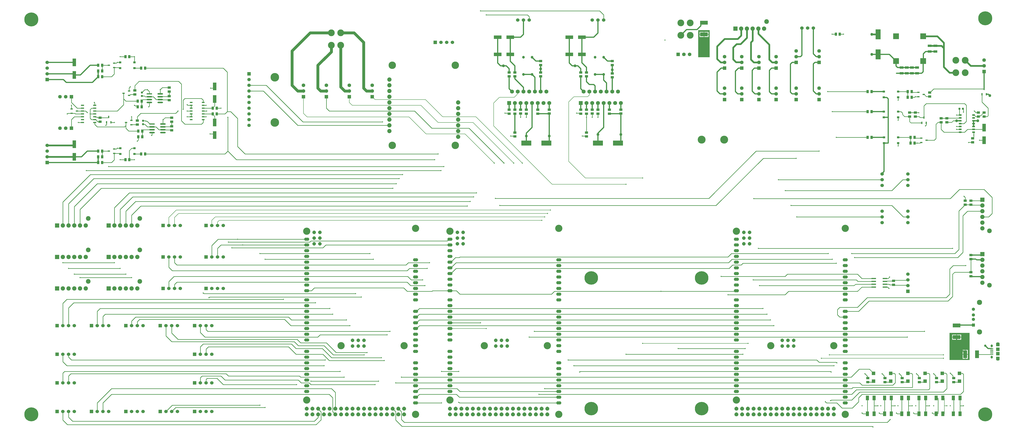
<source format=gtl>
G04*
G04 #@! TF.GenerationSoftware,Altium Limited,Altium Designer,21.6.4 (81)*
G04*
G04 Layer_Physical_Order=1*
G04 Layer_Color=255*
%FSLAX25Y25*%
%MOIN*%
G70*
G04*
G04 #@! TF.SameCoordinates,CD5F86C8-859A-4174-9CB5-FF9077504482*
G04*
G04*
G04 #@! TF.FilePolarity,Positive*
G04*
G01*
G75*
%ADD14C,0.01000*%
%ADD16C,0.02000*%
%ADD19C,0.00800*%
%ADD32R,0.03937X0.02362*%
%ADD33R,0.05118X0.02756*%
G04:AMPARAMS|DCode=34|XSize=77.56mil|YSize=23.23mil|CornerRadius=2.9mil|HoleSize=0mil|Usage=FLASHONLY|Rotation=0.000|XOffset=0mil|YOffset=0mil|HoleType=Round|Shape=RoundedRectangle|*
%AMROUNDEDRECTD34*
21,1,0.07756,0.01742,0,0,0.0*
21,1,0.07175,0.02323,0,0,0.0*
1,1,0.00581,0.03588,-0.00871*
1,1,0.00581,-0.03588,-0.00871*
1,1,0.00581,-0.03588,0.00871*
1,1,0.00581,0.03588,0.00871*
%
%ADD34ROUNDEDRECTD34*%
%ADD35R,0.05709X0.02362*%
%ADD36R,0.04646X0.02284*%
%ADD37R,0.09721X0.02449*%
G04:AMPARAMS|DCode=38|XSize=97.21mil|YSize=24.49mil|CornerRadius=12.25mil|HoleSize=0mil|Usage=FLASHONLY|Rotation=0.000|XOffset=0mil|YOffset=0mil|HoleType=Round|Shape=RoundedRectangle|*
%AMROUNDEDRECTD38*
21,1,0.09721,0.00000,0,0,0.0*
21,1,0.07272,0.02449,0,0,0.0*
1,1,0.02449,0.03636,0.00000*
1,1,0.02449,-0.03636,0.00000*
1,1,0.02449,-0.03636,0.00000*
1,1,0.02449,0.03636,0.00000*
%
%ADD38ROUNDEDRECTD38*%
%ADD39R,0.06528X0.04352*%
%ADD40R,0.05906X0.05906*%
%ADD41R,0.09843X0.09843*%
%ADD42R,0.06102X0.05906*%
G04:AMPARAMS|DCode=43|XSize=15.75mil|YSize=53.15mil|CornerRadius=3.94mil|HoleSize=0mil|Usage=FLASHONLY|Rotation=90.000|XOffset=0mil|YOffset=0mil|HoleType=Round|Shape=RoundedRectangle|*
%AMROUNDEDRECTD43*
21,1,0.01575,0.04528,0,0,90.0*
21,1,0.00787,0.05315,0,0,90.0*
1,1,0.00787,0.02264,0.00394*
1,1,0.00787,0.02264,-0.00394*
1,1,0.00787,-0.02264,-0.00394*
1,1,0.00787,-0.02264,0.00394*
%
%ADD43ROUNDEDRECTD43*%
G04:AMPARAMS|DCode=44|XSize=55mil|YSize=43mil|CornerRadius=7.96mil|HoleSize=0mil|Usage=FLASHONLY|Rotation=90.000|XOffset=0mil|YOffset=0mil|HoleType=Round|Shape=RoundedRectangle|*
%AMROUNDEDRECTD44*
21,1,0.05500,0.02709,0,0,90.0*
21,1,0.03909,0.04300,0,0,90.0*
1,1,0.01591,0.01355,0.01955*
1,1,0.01591,0.01355,-0.01955*
1,1,0.01591,-0.01355,-0.01955*
1,1,0.01591,-0.01355,0.01955*
%
%ADD44ROUNDEDRECTD44*%
G04:AMPARAMS|DCode=45|XSize=35mil|YSize=34mil|CornerRadius=5.95mil|HoleSize=0mil|Usage=FLASHONLY|Rotation=270.000|XOffset=0mil|YOffset=0mil|HoleType=Round|Shape=RoundedRectangle|*
%AMROUNDEDRECTD45*
21,1,0.03500,0.02210,0,0,270.0*
21,1,0.02310,0.03400,0,0,270.0*
1,1,0.01190,-0.01105,-0.01155*
1,1,0.01190,-0.01105,0.01155*
1,1,0.01190,0.01105,0.01155*
1,1,0.01190,0.01105,-0.01155*
%
%ADD45ROUNDEDRECTD45*%
%ADD46R,0.05512X0.07874*%
G04:AMPARAMS|DCode=47|XSize=35mil|YSize=34mil|CornerRadius=5.95mil|HoleSize=0mil|Usage=FLASHONLY|Rotation=180.000|XOffset=0mil|YOffset=0mil|HoleType=Round|Shape=RoundedRectangle|*
%AMROUNDEDRECTD47*
21,1,0.03500,0.02210,0,0,180.0*
21,1,0.02310,0.03400,0,0,180.0*
1,1,0.01190,-0.01155,0.01105*
1,1,0.01190,0.01155,0.01105*
1,1,0.01190,0.01155,-0.01105*
1,1,0.01190,-0.01155,-0.01105*
%
%ADD47ROUNDEDRECTD47*%
%ADD48R,0.02362X0.03937*%
G04:AMPARAMS|DCode=49|XSize=55mil|YSize=43mil|CornerRadius=7.96mil|HoleSize=0mil|Usage=FLASHONLY|Rotation=180.000|XOffset=0mil|YOffset=0mil|HoleType=Round|Shape=RoundedRectangle|*
%AMROUNDEDRECTD49*
21,1,0.05500,0.02709,0,0,180.0*
21,1,0.03909,0.04300,0,0,180.0*
1,1,0.01591,-0.01955,0.01355*
1,1,0.01591,0.01955,0.01355*
1,1,0.01591,0.01955,-0.01355*
1,1,0.01591,-0.01955,-0.01355*
%
%ADD49ROUNDEDRECTD49*%
%ADD77C,0.07000*%
%ADD78R,0.07000X0.07000*%
%ADD86C,0.06000*%
%ADD108C,0.03000*%
%ADD109C,0.05000*%
%ADD110R,0.06102X0.04724*%
%ADD111R,0.04331X0.03543*%
%ADD112R,0.06000X0.06000*%
%ADD113C,0.08110*%
%ADD114C,0.07500*%
%ADD115R,0.07500X0.07500*%
%ADD116C,0.23622*%
%ADD117C,0.04724*%
%ADD118C,0.09055*%
%ADD119C,0.05622*%
%ADD120R,0.05622X0.05622*%
%ADD121C,0.24410*%
%ADD122C,0.11811*%
%ADD123R,0.06299X0.06299*%
%ADD124C,0.06299*%
%ADD125C,0.05906*%
%ADD126C,0.07400*%
%ADD127C,0.13000*%
G04:AMPARAMS|DCode=128|XSize=37.4mil|YSize=61.02mil|CornerRadius=18.7mil|HoleSize=0mil|Usage=FLASHONLY|Rotation=270.000|XOffset=0mil|YOffset=0mil|HoleType=Round|Shape=RoundedRectangle|*
%AMROUNDEDRECTD128*
21,1,0.03740,0.02362,0,0,270.0*
21,1,0.00000,0.06102,0,0,270.0*
1,1,0.03740,-0.01181,0.00000*
1,1,0.03740,-0.01181,0.00000*
1,1,0.03740,0.01181,0.00000*
1,1,0.03740,0.01181,0.00000*
%
%ADD128ROUNDEDRECTD128*%
G04:AMPARAMS|DCode=129|XSize=49.21mil|YSize=37.4mil|CornerRadius=18.7mil|HoleSize=0mil|Usage=FLASHONLY|Rotation=270.000|XOffset=0mil|YOffset=0mil|HoleType=Round|Shape=RoundedRectangle|*
%AMROUNDEDRECTD129*
21,1,0.04921,0.00000,0,0,270.0*
21,1,0.01181,0.03740,0,0,270.0*
1,1,0.03740,0.00000,-0.00591*
1,1,0.03740,0.00000,0.00591*
1,1,0.03740,0.00000,0.00591*
1,1,0.03740,0.00000,-0.00591*
%
%ADD129ROUNDEDRECTD129*%
%ADD130O,0.08960X0.05600*%
%ADD131C,0.12598*%
%ADD132P,0.07144X8X22.5*%
%ADD133P,0.06605X8X112.5*%
%ADD134P,0.06605X8X22.5*%
%ADD135R,0.06299X0.13780*%
%ADD136R,0.08661X0.17323*%
%ADD137C,0.13780*%
%ADD138R,0.13780X0.07008*%
%ADD139R,0.13780X0.06299*%
%ADD140R,0.17323X0.08661*%
%ADD141R,0.06299X0.06299*%
%ADD142R,0.06000X0.06000*%
%ADD143R,0.07008X0.13780*%
%ADD144R,0.07500X0.07500*%
%ADD145C,0.15000*%
%ADD146C,0.02000*%
%ADD147C,0.05000*%
%ADD148C,0.04000*%
G36*
X1667500Y125000D02*
X1632500D01*
Y172500D01*
X1667500D01*
Y125000D01*
D02*
G37*
G36*
X1214000Y654000D02*
X1194000D01*
Y701500D01*
X1214000D01*
Y654000D01*
D02*
G37*
%LPC*%
G36*
X1652890Y169504D02*
X1645500D01*
Y165500D01*
X1652890D01*
Y169504D01*
D02*
G37*
G36*
X1644500D02*
X1637110D01*
Y165500D01*
X1644500D01*
Y169504D01*
D02*
G37*
G36*
X1652890Y164500D02*
X1645500D01*
Y160496D01*
X1652890D01*
Y164500D01*
D02*
G37*
G36*
X1644500D02*
X1637110D01*
Y160496D01*
X1644500D01*
Y164500D01*
D02*
G37*
G36*
X1664504Y142890D02*
X1660500D01*
Y135500D01*
X1664504D01*
Y142890D01*
D02*
G37*
G36*
X1659500D02*
X1655496D01*
Y135500D01*
X1659500D01*
Y142890D01*
D02*
G37*
G36*
X1664504Y134500D02*
X1660500D01*
Y127110D01*
X1664504D01*
Y134500D01*
D02*
G37*
G36*
X1659500D02*
X1655496D01*
Y127110D01*
X1659500D01*
Y134500D01*
D02*
G37*
G36*
X1211890Y698504D02*
X1204500D01*
Y694500D01*
X1211890D01*
Y698504D01*
D02*
G37*
G36*
X1203500D02*
X1196110D01*
Y694500D01*
X1203500D01*
Y698504D01*
D02*
G37*
G36*
X1211890Y693500D02*
X1204500D01*
Y689496D01*
X1211890D01*
Y693500D01*
D02*
G37*
G36*
X1203500D02*
X1196110D01*
Y689496D01*
X1203500D01*
Y693500D01*
D02*
G37*
%LPD*%
D14*
X760630Y286000D02*
X763130Y285000D01*
X840000Y407500D02*
X1212500D01*
X1295000Y490000D02*
X1405000D01*
X1212500Y407500D02*
X1295000Y490000D01*
X1225000Y395000D02*
X1307500Y477500D01*
X847500Y395000D02*
X1225000D01*
X1307500Y477500D02*
X1365000D01*
X1129000Y245000D02*
X1129191Y245191D01*
X1259821D02*
X1260630Y246000D01*
X1129191Y245191D02*
X1259821D01*
X778000Y240000D02*
X938000D01*
X772000Y246000D02*
X778000Y240000D01*
X729086Y245000D02*
X730086Y246000D01*
X772000D01*
X686000Y245000D02*
X729086D01*
X524000Y251000D02*
X680000Y251000D01*
X519000Y246000D02*
X524000Y251000D01*
X510630Y246000D02*
X519000D01*
X556000Y34630D02*
X560630Y30000D01*
X550000Y65000D02*
X556000Y59000D01*
Y34630D02*
Y59000D01*
X328000Y97000D02*
X361000D01*
X368000Y90000D01*
X325000Y94000D02*
X328000Y97000D01*
X337000Y93000D02*
X354000D01*
X335000Y91000D02*
X337000Y93000D01*
X354000D02*
X365000Y82000D01*
X493000D01*
X515000Y85000D02*
X518000Y82000D01*
X630000D01*
X501000Y85000D02*
X515000D01*
X496000Y90000D02*
X501000Y85000D01*
X538000Y145000D02*
X554000Y129000D01*
X484000Y153000D02*
X492000Y145000D01*
X538000D01*
X541000Y150000D02*
X557000Y134000D01*
X489000Y157000D02*
X496000Y150000D01*
X541000D01*
X340000Y234000D02*
X340086D01*
X341086Y235000D02*
X606000D01*
X340086Y234000D02*
X341086Y235000D01*
X92000Y231000D02*
X470000D01*
X85000Y224000D02*
X92000Y231000D01*
X1650905Y45000D02*
X1657000D01*
X343000Y600000D02*
X350000D01*
X342000Y520000D02*
X350000D01*
X1640000Y32500D02*
Y57376D01*
X1650905Y31220D02*
Y45000D01*
Y58780D01*
X100276Y556260D02*
X105740D01*
X107000Y555000D01*
X119272D01*
X1474000Y210000D02*
X1492000Y228000D01*
X1630000D02*
X1638000Y236000D01*
X1492000Y228000D02*
X1630000D01*
X1489386Y94164D02*
Y96614D01*
Y94164D02*
X1490000Y93550D01*
X1485000Y101000D02*
X1489386Y96614D01*
X1480000Y81000D02*
X1533414D01*
X1476000Y85000D02*
X1480000Y81000D01*
X666000Y85000D02*
X1476000D01*
X1474000Y52000D02*
Y59000D01*
X1480000Y65000D02*
X1652000D01*
X1474000Y59000D02*
X1480000Y65000D01*
X1405000Y121000D02*
X1434914D01*
X1401000Y125000D02*
X1405000Y121000D01*
X967000Y125000D02*
X1401000D01*
X1425086Y54000D02*
X1426086Y55000D01*
X1462000D01*
X1425000Y54000D02*
X1425086D01*
X1462000Y55000D02*
X1476000Y69000D01*
X115000Y269000D02*
X205000D01*
X399000Y326000D02*
X399000Y326000D01*
X361000Y326000D02*
X399000D01*
X399000Y326000D02*
X399000Y326000D01*
X510630D01*
X355000Y320000D02*
X361000Y326000D01*
X356000Y336000D02*
X390000D01*
X390000Y336000D01*
X390000Y336000D01*
X510630D01*
X345000Y325000D02*
X356000Y336000D01*
X1252000Y311000D02*
X1421000D01*
X1420000Y594000D02*
X1489450D01*
X1253000Y301000D02*
X1428000D01*
Y559000D02*
X1489450D01*
X1248000Y285000D02*
X1254000Y291000D01*
X1269000D02*
X1272000Y294000D01*
X1254000Y291000D02*
X1269000D01*
X1272000Y294000D02*
X1435000D01*
Y514000D02*
X1489450D01*
X794000Y530000D02*
X855000Y469000D01*
X729000Y530000D02*
X794000D01*
X504000Y541000D02*
X643000D01*
X440000Y605000D02*
X504000Y541000D01*
X550000Y560000D02*
X699000D01*
X545000Y565000D02*
X550000Y560000D01*
X699000D02*
X729000Y530000D01*
X545000Y565000D02*
Y585000D01*
X410000Y605000D02*
X440000D01*
X410000Y595000D02*
X435000D01*
X495000Y535000D02*
X655000D01*
X435000Y595000D02*
X495000Y535000D01*
X165000Y463000D02*
X750000D01*
X388000Y475000D02*
X734000D01*
X373000Y490000D02*
X388000Y475000D01*
X221000Y394000D02*
X791000D01*
X212000Y402000D02*
X796000D01*
X207000Y410000D02*
X802000D01*
X201000Y417000D02*
X807000D01*
X139000Y442000D02*
X672000D01*
X145000Y433000D02*
X667000D01*
X152000Y425000D02*
X661000D01*
X205000Y378000D02*
X221000Y394000D01*
X195000Y385000D02*
X212000Y402000D01*
X185000Y388000D02*
X207000Y410000D01*
X175000Y391000D02*
X201000Y417000D01*
X115000Y388000D02*
X152000Y425000D01*
X95000Y398000D02*
X139000Y442000D01*
X105000Y393000D02*
X145000Y433000D01*
X85000Y401000D02*
X133000Y449000D01*
X678000D01*
X105000Y360000D02*
Y393000D01*
X115000Y360000D02*
Y388000D01*
X527000Y12000D02*
X535586Y20586D01*
Y34414D01*
X93000Y12000D02*
X527000D01*
X95000Y25000D02*
X102000Y18000D01*
X524000D02*
X530630Y24630D01*
X102000Y18000D02*
X524000D01*
X85000Y20000D02*
X93000Y12000D01*
X429000Y311000D02*
X621000D01*
X438000Y301000D02*
X627000D01*
X265000Y35000D02*
X276000Y46000D01*
X429000D01*
X275000Y35000D02*
X282000Y42000D01*
X438000D01*
X1434914Y121000D02*
X1435914Y120000D01*
X1436000D01*
X977000Y115000D02*
X1431000D01*
X1470000Y73000D02*
X1596000D01*
X1462000Y65000D02*
X1470000Y73000D01*
X916000Y65000D02*
X1462000D01*
X926000Y75000D02*
X1462000D01*
X1464000Y77000D02*
X1567414D01*
X1462000Y75000D02*
X1464000Y77000D01*
X1445000Y41000D02*
X1463000D01*
X1474000Y52000D01*
X1622000Y69000D02*
X1628000Y75000D01*
X1476000Y69000D02*
X1622000D01*
X1596000Y73000D02*
X1598000Y75000D01*
X1567414Y77000D02*
X1568000Y77586D01*
Y100000D01*
X1533414Y81000D02*
X1538000Y85586D01*
X1528340Y86450D02*
X1530000Y88110D01*
X1538000Y85586D02*
Y100000D01*
X1490000Y86450D02*
X1498340D01*
X1520000D02*
X1528340D01*
X1498340D02*
X1500000Y88110D01*
X676000Y95000D02*
X1461000D01*
X1475000Y109000D01*
X1492890D01*
X1500000Y101890D01*
X681000Y16000D02*
X1524000D01*
X1529000Y21000D01*
X676000D02*
X681000Y16000D01*
X677000Y9000D02*
X1497914D01*
X666000Y20000D02*
X677000Y9000D01*
X1497914D02*
X1498914Y8000D01*
X1499000D01*
X908000Y175000D02*
X1589000D01*
X899000Y165000D02*
X1559000D01*
X1299000Y320000D02*
X1638000D01*
X1291000Y407000D02*
X1634000D01*
X1650000Y423000D01*
X1693000D01*
X1707000Y409000D01*
X1701000Y375000D02*
X1707000Y381000D01*
Y409000D01*
X1690000Y375000D02*
X1701000D01*
X1301000Y255000D02*
X1466000D01*
X1468500Y257500D01*
X1500256D01*
X1290000Y265000D02*
X1470000D01*
X1472500Y262500D01*
X1500256D01*
X1441000Y217000D02*
X1472000D01*
X1489000Y234000D02*
X1627000D01*
X1472000Y217000D02*
X1489000Y234000D01*
X1437000Y213000D02*
X1441000Y217000D01*
X1437000Y204000D02*
Y213000D01*
Y204000D02*
X1441000Y200000D01*
X1450630D01*
Y210000D02*
X1474000D01*
X1356000Y395000D02*
X1532000D01*
X1552000Y375000D01*
X1560000D01*
X1366000D02*
X1515000D01*
X1346000Y421000D02*
X1532000D01*
X1551000Y440000D02*
X1560000D01*
X1532000Y421000D02*
X1551000Y440000D01*
X1334000D02*
X1515000D01*
X1345500Y271000D02*
X1349500Y275000D01*
X1472000D01*
X1234000Y271000D02*
X1345500D01*
X1472000Y275000D02*
X1479500Y267500D01*
X1500256D01*
X1345635Y239000D02*
X1351635Y245000D01*
X1246000Y239000D02*
X1345635D01*
X1351635Y245000D02*
X1472000D01*
X1479500Y252500D01*
X1500256D01*
X403000Y485000D02*
X740000D01*
X126000Y456000D02*
X745000D01*
X943000Y245000D02*
X1129000D01*
X938000Y240000D02*
X943000Y245000D01*
X680000Y251000D02*
X686000Y245000D01*
X692000Y255000D02*
X717000D01*
X686000Y261000D02*
X692000Y255000D01*
X1068000Y135000D02*
X1272000D01*
X1159000Y145000D02*
X1276000D01*
X1246000Y305000D02*
X1252000Y311000D01*
X1247000Y295000D02*
X1253000Y301000D01*
X777000Y304000D02*
X778000Y305000D01*
X1246000D01*
X760630Y296000D02*
X762310D01*
X770310Y304000D01*
X777000D01*
X771310Y295000D02*
X1247000D01*
X762310Y286000D02*
X771310Y295000D01*
X760630Y286000D02*
X762310D01*
X771310Y285000D02*
X1248000D01*
X762310Y276000D02*
X771310Y285000D01*
X760630Y276000D02*
X762310D01*
X707310Y185000D02*
X1326000D01*
X707310Y195000D02*
X1320000D01*
X707310Y205000D02*
X1314000D01*
X707310Y215000D02*
X1307000D01*
X702310Y210000D02*
X707310Y215000D01*
X700630Y210000D02*
X702310D01*
X700630Y200000D02*
X702310D01*
X707310Y205000D01*
X702310Y190000D02*
X707310Y195000D01*
X700630Y190000D02*
X702310D01*
X700630Y180000D02*
X702310D01*
X707310Y185000D01*
X760630Y190000D02*
X814000D01*
X814000Y190000D01*
Y735000D02*
X1022000D01*
X824000Y728000D02*
X896000D01*
X1029000Y719000D02*
Y728000D01*
X1022000Y735000D02*
X1029000Y728000D01*
X896000D02*
X899000Y725000D01*
Y719000D02*
Y725000D01*
X390000Y498000D02*
Y547000D01*
Y498000D02*
X403000Y485000D01*
X378000Y559000D02*
X390000Y547000D01*
X372000Y559000D02*
X378000D01*
X684000Y291000D02*
X688000Y295000D01*
X284000Y291000D02*
X684000D01*
X688000Y295000D02*
X725000D01*
X280000D02*
X284000Y291000D01*
X280000Y295000D02*
Y305000D01*
X276000Y281000D02*
X686000D01*
X270000Y287000D02*
X276000Y281000D01*
X690000Y285000D02*
X721000D01*
X686000Y281000D02*
X690000Y285000D01*
X270000Y287000D02*
Y305000D01*
X279000Y271000D02*
X687000D01*
X270000Y262000D02*
X279000Y271000D01*
X693000Y265000D02*
X713000D01*
X687000Y271000D02*
X693000Y265000D01*
X270000Y250000D02*
Y262000D01*
X280000Y257000D02*
X284000Y261000D01*
X686000D01*
X280000Y250000D02*
Y257000D01*
X205000Y360000D02*
Y378000D01*
X195000Y360000D02*
Y385000D01*
X185000Y360000D02*
Y388000D01*
X175000Y360000D02*
Y391000D01*
X746000Y105000D02*
X776000D01*
X777271Y50000D02*
X950630D01*
X776271Y51000D02*
X777271Y50000D01*
X776000Y51000D02*
X776271D01*
X85000Y360000D02*
Y401000D01*
X95000Y360000D02*
Y398000D01*
X330000Y242000D02*
X330086D01*
X331086Y241000D01*
X596000D01*
X544000Y326000D02*
X760630D01*
X380000Y321000D02*
X539000D01*
X544000Y326000D01*
X755869Y333000D02*
X758869Y336000D01*
X760630D01*
X516000Y331000D02*
X518000Y333000D01*
X755869D01*
X374000Y331000D02*
X516000D01*
X355000Y305000D02*
Y320000D01*
X345000Y305000D02*
Y325000D01*
X275000Y157000D02*
X489000D01*
X265000Y167000D02*
X275000Y157000D01*
X492000Y135000D02*
X539000D01*
X339000Y148000D02*
X479000D01*
X492000Y135000D01*
X212000Y200000D02*
X479000D01*
X484000Y195000D02*
X580000D01*
X479000Y200000D02*
X484000Y195000D01*
X472000Y196000D02*
X483000Y185000D01*
X219000Y196000D02*
X472000D01*
X483000Y185000D02*
X586000D01*
X370000Y101000D02*
X374000Y97000D01*
X498000D01*
X99000Y101000D02*
X370000D01*
X368000Y90000D02*
X496000D01*
X498000Y97000D02*
X500000Y95000D01*
X576000D01*
X518000Y88000D02*
X636000D01*
X335000Y85000D02*
Y91000D01*
X95000Y97000D02*
X99000Y101000D01*
X325000Y85000D02*
Y94000D01*
X85000Y102000D02*
X88000Y105000D01*
X569000D01*
X95000Y85000D02*
Y97000D01*
X85000Y85000D02*
Y102000D01*
X92000Y115000D02*
X541000D01*
X100000Y125000D02*
X543000D01*
X95000Y130000D02*
X100000Y125000D01*
X95000Y130000D02*
Y135000D01*
X85000Y122000D02*
X92000Y115000D01*
X85000Y122000D02*
Y135000D01*
X330000Y153000D02*
X484000D01*
X325000Y148000D02*
X330000Y153000D01*
X325000Y135000D02*
Y148000D01*
X554000Y129000D02*
X641000D01*
X550000Y124000D02*
X646000D01*
X539000Y135000D02*
X550000Y124000D01*
X335000Y135000D02*
Y144000D01*
X339000Y148000D01*
X562000Y138000D02*
X616000D01*
X275000Y172000D02*
Y185000D01*
X494000Y161000D02*
X500000Y155000D01*
X545000D02*
X562000Y138000D01*
X275000Y172000D02*
X286000Y161000D01*
X494000D01*
X500000Y155000D02*
X545000D01*
X557000Y134000D02*
X611000D01*
X265000Y167000D02*
Y185000D01*
X325000Y173000D02*
X333000Y165000D01*
X530000D02*
X534000Y169000D01*
X333000Y165000D02*
X530000D01*
X338000Y175000D02*
X656000D01*
X534000Y169000D02*
X651000D01*
X325000Y173000D02*
Y185000D01*
X335000Y178000D02*
X338000Y175000D01*
X335000Y178000D02*
Y185000D01*
X215000Y192000D02*
X219000Y196000D01*
X215000Y185000D02*
Y192000D01*
X205000Y193000D02*
X212000Y200000D01*
X159000Y205000D02*
X556000D01*
X155000Y201000D02*
X159000Y205000D01*
X205000Y185000D02*
Y193000D01*
X150000Y215000D02*
X551000D01*
X155000Y185000D02*
Y201000D01*
X145000Y210000D02*
X150000Y215000D01*
X145000Y185000D02*
Y210000D01*
X104000Y225000D02*
X526000D01*
X95000Y216000D02*
X104000Y225000D01*
X95000Y185000D02*
Y216000D01*
X85000Y185000D02*
Y224000D01*
X560630Y40000D02*
Y68370D01*
X554000Y75000D02*
X560630Y68370D01*
X145000Y50000D02*
X170000Y75000D01*
X554000D01*
X145000Y35000D02*
Y50000D01*
X987000Y104000D02*
X987086D01*
X988086Y105000D02*
X1424914D01*
X987086Y104000D02*
X988086Y105000D01*
X1424914D02*
X1425914Y104000D01*
X1426000D01*
X700630Y50000D02*
X746000D01*
X746000Y50000D01*
X778000Y70000D02*
X950630D01*
X707310Y75000D02*
X773000D01*
X778000Y70000D01*
X777000Y60000D02*
X950630D01*
X772000Y65000D02*
X777000Y60000D01*
X707310Y65000D02*
X772000D01*
X702310Y60000D02*
X707310Y65000D01*
X700630Y60000D02*
X702310D01*
X700630Y70000D02*
X702310D01*
X707310Y75000D01*
X1652000Y65000D02*
X1657000Y70000D01*
X1536110Y101890D02*
X1538000Y100000D01*
X1530000Y101890D02*
X1536110D01*
X1560000D02*
X1566110D01*
X1568000Y100000D01*
X1598000Y75000D02*
Y100000D01*
X1596110Y101890D02*
X1598000Y100000D01*
X1590000Y101890D02*
X1596110D01*
X1620110Y102000D02*
X1626000D01*
X1620000Y101890D02*
X1620110Y102000D01*
X1626000D02*
X1628000Y100000D01*
X1515000Y101000D02*
X1518529Y97471D01*
Y95021D02*
Y97471D01*
Y95021D02*
X1520000Y93550D01*
X1548529Y95021D02*
X1550000Y93550D01*
X1545000Y101000D02*
X1548529Y97471D01*
Y95021D02*
Y97471D01*
X1578529Y95021D02*
X1580000Y93550D01*
X1575000Y101000D02*
X1578529Y97471D01*
Y95021D02*
Y97471D01*
X1608529Y95021D02*
X1610000Y93550D01*
X1608529Y95021D02*
Y97471D01*
X1605000Y101000D02*
X1608529Y97471D01*
X1638529Y95021D02*
Y97471D01*
Y95021D02*
X1640000Y93550D01*
X1634000Y102000D02*
X1638529Y97471D01*
X1628000Y75000D02*
Y100000D01*
X1657000Y70000D02*
Y100000D01*
X1655110Y101890D02*
X1657000Y100000D01*
X1650000Y101890D02*
X1655110D01*
X1418000Y50000D02*
X1436000D01*
X1445000Y41000D01*
X1416000Y52000D02*
X1418000Y50000D01*
X660630Y40000D02*
X666000Y34630D01*
Y20000D02*
Y34630D01*
X676000Y21000D02*
Y34630D01*
X670630Y40000D02*
X676000Y34630D01*
X170000Y65000D02*
X550000D01*
X155000Y50000D02*
X170000Y65000D01*
X155000Y35000D02*
Y50000D01*
X530630Y39370D02*
Y40000D01*
Y39370D02*
X535586Y34414D01*
X85000Y20000D02*
Y35000D01*
X530630Y24630D02*
Y30000D01*
X95000Y25000D02*
Y35000D01*
X105000Y275000D02*
X195000D01*
X95000Y285000D02*
X185000D01*
X85000Y295000D02*
X175000D01*
X170000Y620000D02*
X174724Y624724D01*
Y636260D01*
Y643740D02*
X178470D01*
X179729Y645000D01*
X174724Y636260D02*
X183740D01*
X179729Y645000D02*
X180000D01*
X185000D01*
X183740Y636260D02*
X185000Y635000D01*
X153550Y630000D02*
Y640000D01*
X165276D01*
X153550Y620000D02*
X170000D01*
X100000Y530000D02*
Y545000D01*
X174724Y474724D02*
Y486260D01*
X153550Y470000D02*
X170000D01*
X174724Y474724D01*
X112000Y540000D02*
X119272D01*
X140728Y536772D02*
Y540000D01*
Y536772D02*
X145000Y532500D01*
X153550Y480000D02*
Y490000D01*
X165276D01*
X160000Y535000D02*
Y535271D01*
X161260Y536530D01*
Y540276D01*
X145000Y532500D02*
X192638D01*
X169016Y540000D02*
X175000D01*
X174724Y493740D02*
X178470D01*
X179729Y495000D01*
X174724Y486260D02*
X183937D01*
X179729Y495000D02*
X180000D01*
X185197D01*
X183937Y486260D02*
X185197Y485000D01*
X92500Y555000D02*
X92771D01*
X94030Y556260D01*
X100276D01*
X100000Y564016D02*
X100276Y563740D01*
X100000Y545000D02*
X105000Y550000D01*
X119272D01*
X109724Y560000D02*
X119272D01*
X125000D01*
X127500Y557500D01*
X132500Y547500D02*
Y555000D01*
Y562500D01*
Y547500D02*
X135000Y545000D01*
X132500Y562500D02*
X135000Y565000D01*
X132500Y555000D02*
X140728D01*
X135000Y545000D02*
X140728D01*
X100000Y564016D02*
Y570000D01*
Y575000D02*
Y585000D01*
Y575000D02*
X110000Y565000D01*
X119272D01*
X135000D02*
X140728D01*
X140000Y574729D02*
Y575000D01*
Y574729D02*
X140728Y574001D01*
Y570000D02*
Y574001D01*
Y550000D02*
X141409Y549319D01*
X140728Y545000D02*
X142402D01*
X143083Y544319D01*
Y544117D02*
Y544319D01*
X141409Y549319D02*
X144981D01*
X143083Y544117D02*
X145750Y541450D01*
X144981Y549319D02*
X145750Y548550D01*
X150000D01*
X145750Y541450D02*
X150000D01*
Y548550D02*
X164319D01*
X140728Y560000D02*
X180000D01*
X164319Y548550D02*
X165000Y549231D01*
Y549724D01*
X168740Y540276D02*
X169016Y540000D01*
X180000Y560000D02*
X191049Y571049D01*
X200850Y475000D02*
Y490850D01*
X210000Y485000D02*
X221450D01*
X200850Y490850D02*
X205000Y495000D01*
X210000D01*
X215000Y507500D02*
Y507771D01*
X216450Y509221D01*
Y515000D01*
X200850Y475000D02*
X210000D01*
X185000D02*
X194150D01*
X228550Y485000D02*
X368000D01*
X373000Y490000D01*
X240000Y517771D02*
X240498Y518268D01*
X240000Y517500D02*
Y517771D01*
X200000Y525000D02*
X216450D01*
X223550D02*
Y525440D01*
X195000Y530000D02*
X200000Y525000D01*
X195000Y530000D02*
Y534862D01*
X192638Y532500D02*
X195000Y534862D01*
X204724Y536260D02*
X204819Y536355D01*
X214905D01*
X215000Y536450D01*
X195000Y534862D02*
Y539724D01*
X195276Y540000D01*
X204724Y543740D02*
X205000Y544016D01*
X215000Y543550D02*
Y550000D01*
X205000Y544016D02*
Y550000D01*
X215000D02*
X221000Y556000D01*
X214043Y568955D02*
X215498Y567500D01*
X211316Y568955D02*
X214043D01*
X210271Y570000D02*
X211316Y568955D01*
X223550Y515000D02*
Y525000D01*
X240498Y518268D02*
Y522500D01*
X223550Y525440D02*
X225178Y527068D01*
X225618D01*
X226050Y527500D01*
X240498D01*
X247500Y532500D02*
X252500Y527500D01*
X232500Y532500D02*
X240498D01*
X247500D01*
X228200Y536800D02*
X232500Y532500D01*
X225250Y536800D02*
X228200D01*
X225000Y537050D02*
X225250Y536800D01*
X236862Y537500D02*
X240498D01*
X232053Y542309D02*
X236862Y537500D01*
X230191Y542309D02*
X232053D01*
X230000Y542500D02*
X230191Y542309D01*
X229729Y542500D02*
X230000D01*
X229279Y542950D02*
X229729Y542500D01*
X225000Y542950D02*
X229279D01*
X221000Y556000D02*
X282000D01*
X235000Y567500D02*
Y567771D01*
X235995Y568766D01*
X210000Y570000D02*
X210271D01*
X191049Y571049D02*
Y581451D01*
X195000Y577500D02*
X215498D01*
X191049Y581451D02*
X195000Y577500D01*
X191049Y581451D02*
Y591240D01*
X200498Y587500D02*
X201285D01*
X202735Y588950D01*
X210498D01*
X200498Y594980D02*
Y600498D01*
X210498Y596050D02*
Y604498D01*
X200498Y600498D02*
X202500Y602500D01*
X209803Y645000D02*
X210000Y645197D01*
Y655000D01*
X185000D02*
X194150D01*
X200850D02*
X210000D01*
X235995Y568766D02*
Y575000D01*
X222598Y567500D02*
Y577500D01*
Y577940D01*
X224658Y580000D01*
X235995D01*
X247998D02*
X255000D01*
X242998Y585000D02*
X247998Y580000D01*
X228854Y585000D02*
X235995D01*
X242998D01*
X227304Y586550D02*
X228854Y585000D01*
X222998Y586550D02*
X227304D01*
X235995Y590000D02*
Y594005D01*
X222998Y592450D02*
Y592500D01*
X227998Y597500D01*
X232500D02*
X235995Y594005D01*
X227998Y597500D02*
X232500D01*
X210498Y604498D02*
X218000Y612000D01*
X209803Y635000D02*
X221450D01*
X274227Y527223D02*
X275000Y526450D01*
X259780Y527223D02*
X274227D01*
X259502Y527500D02*
X259780Y527223D01*
X252500Y527500D02*
X259502D01*
Y532500D02*
X259780Y532777D01*
X274227D01*
X275000Y533550D01*
Y541450D01*
X292000Y543000D02*
X298000Y537000D01*
X259502Y537500D02*
Y544232D01*
X260000Y544729D01*
Y545000D01*
X263550Y548550D01*
X275000D01*
X302000Y550000D02*
X309055D01*
Y555000D01*
X282000Y556000D02*
X286000Y560000D01*
X373000Y490000D02*
Y549000D01*
X298000Y537000D02*
X327000D01*
X330000Y540000D01*
Y545000D01*
X350000Y542047D02*
Y550850D01*
X330000Y550000D02*
X335000D01*
X345850Y555000D02*
X350000Y550850D01*
X353550Y555000D02*
X368000D01*
X330000D02*
X345850D01*
X368000D02*
X372000Y559000D01*
X330000Y560000D02*
X336000D01*
X302000D02*
X309055D01*
X302271Y571000D02*
X303271Y570000D01*
X295000Y563000D02*
Y579000D01*
X302000Y571000D02*
X302271D01*
X292000Y543000D02*
Y607000D01*
X269725Y579723D02*
X270498Y578950D01*
X255277Y579723D02*
X269725D01*
X255000Y580000D02*
X255277Y579723D01*
X295000Y579000D02*
X298000Y582000D01*
X255000Y585000D02*
X255277Y585277D01*
X269725D01*
X270498Y586050D01*
Y593950D01*
X255000Y590000D02*
Y597500D01*
X258550Y601050D01*
X270498D01*
X287000Y612000D02*
X292000Y607000D01*
X218000Y612000D02*
X287000D01*
X228550Y635000D02*
X365000D01*
X330000Y565000D02*
X346450D01*
X353550D02*
X361000D01*
X346450D02*
Y565600D01*
X350000Y569150D01*
X309055Y565000D02*
Y570000D01*
X303271D02*
X309055D01*
X330000D02*
X335000D01*
X350000Y569150D02*
Y577953D01*
X330000Y575000D02*
Y579000D01*
X327000Y582000D02*
X330000Y579000D01*
X298000Y582000D02*
X327000D01*
X372000Y559000D02*
Y628000D01*
X365000Y635000D02*
X372000Y628000D01*
X1500906Y58780D02*
Y59961D01*
Y45000D02*
Y58780D01*
X1462000Y311000D02*
X1642000Y311000D01*
X1649000Y318000D01*
Y385450D01*
X1659560Y396450D02*
X1660000D01*
X1657932Y394823D02*
X1659560Y396450D01*
X1657932Y394382D02*
Y394823D01*
X1649000Y385450D02*
X1657932Y394382D01*
X1467000Y304000D02*
X1647000Y304000D01*
X1639000Y290000D02*
X1661000D01*
X1633000Y284000D02*
X1639000Y290000D01*
X1633000Y240000D02*
Y284000D01*
X1647000Y304000D02*
X1656000Y313000D01*
X1670000Y278550D02*
Y301450D01*
X1656000Y313000D02*
Y377000D01*
X1664000Y385000D02*
X1690000D01*
X1656000Y377000D02*
X1664000Y385000D01*
X1660000Y396450D02*
X1670000D01*
X1658000Y411000D02*
X1660000Y409000D01*
Y403550D02*
Y409000D01*
X1670725Y395725D02*
X1689275D01*
X1690000Y395000D01*
X1670000Y396450D02*
X1670725Y395725D01*
X1670000Y403550D02*
X1688550D01*
X1690000Y405000D01*
X1689275Y365725D02*
X1690000Y365000D01*
X1659275Y404275D02*
X1660000Y403550D01*
X1627000Y234000D02*
X1633000Y240000D01*
X1638000Y236000D02*
Y275000D01*
X1641550Y278550D02*
X1670000D01*
X1638000Y275000D02*
X1641550Y278550D01*
X1519744Y252500D02*
X1519780Y252464D01*
X1524536D01*
X1527000Y250000D01*
X1519744Y267500D02*
X1525500D01*
X1528000Y270000D01*
X1559275Y264275D02*
X1560000Y265000D01*
X1535000Y263550D02*
X1535725Y264275D01*
X1559275D01*
X1534475Y263025D02*
X1535000Y263550D01*
X1519744Y262500D02*
X1520269Y263025D01*
X1534475D01*
X1527092Y257500D02*
X1528142Y256450D01*
X1535000D01*
X1519744Y257500D02*
X1527092D01*
X1535725Y255725D02*
X1559275D01*
X1560000Y255000D01*
X1535000Y256450D02*
X1535725Y255725D01*
X1427500Y694500D02*
X1434150D01*
X1440850D02*
X1447500D01*
X1640000Y86450D02*
X1648340D01*
X1650000Y88110D01*
X1550000Y86450D02*
X1558340D01*
X1560000Y88110D01*
X1700000Y552000D02*
Y565000D01*
X1693000Y550450D02*
X1698450D01*
X1700000Y552000D01*
X1689260Y575740D02*
X1700000Y565000D01*
X1692400Y557550D02*
X1693000D01*
X1684468Y551918D02*
X1686768D01*
X1692400Y557550D01*
X1674614Y552950D02*
X1675795D01*
X1662000Y542000D02*
Y570000D01*
X1674809Y514178D02*
Y517809D01*
X1673181Y512550D02*
X1674809Y514178D01*
Y517809D02*
X1675000Y518000D01*
X1673000Y512550D02*
X1673181D01*
X1685000Y509000D02*
X1693000D01*
X1666000Y505000D02*
X1666450Y505450D01*
X1673000D01*
X1693000Y530600D02*
Y531047D01*
X1690350Y527950D02*
X1693000Y530600D01*
X1628000Y547550D02*
X1628200Y547750D01*
X1591740Y535511D02*
Y539276D01*
X1590500Y534271D02*
X1591740Y535511D01*
X1609000Y512000D02*
Y537000D01*
X1606000Y509000D02*
X1609000Y512000D01*
X1618000Y547550D02*
X1628000D01*
X1612450Y540450D02*
X1618000D01*
X1609000Y537000D02*
X1612450Y540450D01*
X1618000Y528000D02*
Y540450D01*
Y528000D02*
X1623050Y522950D01*
X1663950Y527950D02*
X1674614D01*
X1675000Y518000D02*
Y522564D01*
X1674614Y522950D02*
X1675000Y522564D01*
X1651386Y522950D02*
X1658950D01*
X1663950Y527950D01*
X1623050Y522950D02*
X1651386D01*
X1645025Y527975D02*
X1651361D01*
X1645000Y533000D02*
X1645025Y532975D01*
X1651361D02*
X1651386Y532950D01*
X1645025Y532975D02*
X1651361D01*
Y527975D02*
X1651386Y527950D01*
X1645000Y528000D02*
X1645025Y527975D01*
X1650050Y553828D02*
Y564000D01*
X1656809Y558191D02*
X1657000Y558000D01*
X1650050Y553828D02*
X1650903Y552975D01*
X1651361D01*
X1656809Y558191D02*
Y563141D01*
X1655950Y564000D02*
X1656809Y563141D01*
X1659000Y573000D02*
X1662000Y570000D01*
X1592000Y573000D02*
X1659000D01*
X1651361Y552975D02*
X1651386Y552950D01*
X1645000Y553000D02*
X1645025Y552975D01*
X1650903D01*
X1628200Y547750D02*
X1651186D01*
X1651386Y547950D01*
X1636450Y540450D02*
X1639000Y543000D01*
X1674614Y527950D02*
X1690350D01*
X1657950Y537950D02*
X1662000Y542000D01*
X1651386Y537950D02*
X1657950D01*
X1628000Y540450D02*
X1636450D01*
X1639000Y543000D02*
X1645000D01*
X1578729Y557000D02*
X1579000D01*
X1565224Y539276D02*
X1584260D01*
X1579677Y550450D02*
X1581402Y548724D01*
X1573000Y550450D02*
X1579677D01*
X1581402Y548724D02*
X1588000D01*
X1563000Y541500D02*
Y550450D01*
Y541500D02*
X1565224Y539276D01*
X1590500Y534000D02*
Y534271D01*
X1604774Y598724D02*
X1693000D01*
X1598600Y592550D02*
X1604774Y598724D01*
X1689260Y575740D02*
Y589276D01*
X1542803Y584000D02*
X1543000Y583803D01*
Y579000D02*
Y583803D01*
X1542803Y594000D02*
X1559450D01*
X1572810Y512740D02*
X1583276D01*
X1571550Y514000D02*
X1572810Y512740D01*
X1592724Y509000D02*
X1606000D01*
X1571550Y504000D02*
X1576389D01*
X1543000Y514000D02*
X1564450D01*
Y504000D02*
Y514000D01*
X1678450Y557550D02*
X1683000D01*
X1676000Y560000D02*
X1678450Y557550D01*
X1578146Y585130D02*
X1578276Y585260D01*
X1573130Y585130D02*
X1578146D01*
X1567810Y592740D02*
X1578276D01*
X1578179Y557550D02*
X1578729Y557000D01*
X1563000Y557550D02*
X1573000D01*
X1578179D01*
X1592062Y585450D02*
X1598000D01*
Y592550D02*
X1598600D01*
X1588000Y548724D02*
Y569000D01*
X1542803Y549000D02*
X1543000Y548803D01*
X1542803Y559000D02*
X1548000D01*
X1550500Y556500D01*
Y554000D02*
X1554050Y550450D01*
X1550500Y554000D02*
Y556500D01*
X1543000Y544000D02*
Y548803D01*
X1554050Y550450D02*
X1563000D01*
X1576389Y504000D02*
X1581228D01*
X1582488Y505260D02*
X1583276D01*
X1581228Y504000D02*
X1582488Y505260D01*
X1573000Y585000D02*
X1573130Y585130D01*
X1559450Y584000D02*
Y594000D01*
X1572729Y585000D02*
X1573000D01*
X1571729Y584000D02*
X1572729Y585000D01*
X1566550Y584000D02*
X1571729D01*
X1566550Y594000D02*
X1567810Y592740D01*
X1675795Y552950D02*
X1678295Y550450D01*
X1683000D01*
X1684468Y551918D01*
X1543000Y499000D02*
Y504000D01*
X1588512Y589000D02*
X1592062Y585450D01*
X1587724Y589000D02*
X1588512D01*
X1588000Y569000D02*
X1592000Y573000D01*
X894000Y549000D02*
Y555450D01*
X873150Y516500D02*
X874000Y515650D01*
X866500Y516500D02*
X873150D01*
X862950Y556500D02*
X864000Y555450D01*
X856500Y556500D02*
X862950D01*
X884000Y549000D02*
Y555650D01*
X999000Y549000D02*
Y555450D01*
Y522350D02*
Y549000D01*
X1019000D02*
Y555450D01*
X998150Y516500D02*
X999000Y515650D01*
X991500Y516500D02*
X998150D01*
X987950Y556500D02*
X989000Y555450D01*
X981500Y556500D02*
X987950D01*
X1009000Y549000D02*
Y555650D01*
X1590905Y45000D02*
Y58780D01*
Y31220D02*
Y45000D01*
X1597500D01*
X1560905D02*
Y58780D01*
Y31220D02*
Y45000D01*
X1567500D01*
X1530906Y45001D02*
Y58780D01*
Y31221D02*
Y45001D01*
X1537499D01*
X1537500Y45000D01*
X1611593Y58780D02*
X1612500Y57873D01*
X1611593Y31221D02*
X1612500Y32128D01*
Y57873D01*
X1604050Y31220D02*
X1612046D01*
X1602500Y32500D02*
X1602771D01*
X1604050Y31220D01*
X1500906D02*
Y45000D01*
X1507500D01*
X1610000Y86450D02*
X1618340D01*
X1620000Y88110D01*
X1580000Y86450D02*
X1588340D01*
X1590000Y88110D01*
X1680709Y134882D02*
X1706370D01*
X1680591Y135000D02*
X1680709Y134882D01*
X1579095Y31220D02*
Y58780D01*
X1571280Y31220D02*
X1579095D01*
X1570000Y32500D02*
X1571280Y31220D01*
X1549094D02*
Y58780D01*
X1541280Y31220D02*
X1549094D01*
X1540000Y32500D02*
X1541280Y31220D01*
X1519094Y31221D02*
Y58780D01*
X1511279Y31221D02*
X1519094D01*
X1510000Y32501D02*
X1511279Y31221D01*
X1480000Y32500D02*
X1481279Y31220D01*
X1489095D01*
Y58780D01*
D16*
X1321933Y590000D02*
X1330000D01*
X1318071Y593862D02*
X1321933Y590000D01*
X1318071Y593862D02*
Y631171D01*
X1321900Y635000D01*
X1330000D01*
X1288071Y594929D02*
X1293000Y590000D01*
X1300000D01*
X1288071Y594929D02*
Y631171D01*
X1291900Y635000D01*
X1300000D01*
X1262992Y590000D02*
X1270000D01*
X1259000Y593992D02*
X1262992Y590000D01*
X1259000Y593992D02*
Y629709D01*
X1264291Y635000D02*
X1270000D01*
X1259000Y629709D02*
X1264291Y635000D01*
X1232000Y590000D02*
X1240000D01*
X1227000Y595000D02*
X1232000Y590000D01*
X1227000Y595000D02*
Y628000D01*
X1234000Y635000D01*
X1240000D01*
X1059000Y519000D02*
Y555650D01*
Y507331D02*
Y519000D01*
X934000Y516500D02*
Y555650D01*
Y507331D02*
Y516500D01*
X1201186Y714591D02*
X1204000D01*
X1198682Y712087D02*
X1201186Y714591D01*
X1173465Y702500D02*
X1191909D01*
X1198682Y709272D02*
Y712087D01*
X1191909Y702500D02*
X1198682Y709272D01*
X1400000Y590000D02*
X1405000D01*
X1395000Y595000D02*
X1400000Y590000D01*
X1395000Y595000D02*
Y642500D01*
X1357992Y590000D02*
X1365000D01*
X1355000Y592992D02*
X1357992Y590000D01*
X1400000Y655000D02*
X1405000D01*
X1395000Y660000D02*
X1400000Y655000D01*
X1395000Y660000D02*
Y705000D01*
X1357992Y645000D02*
X1365000D01*
X1355000Y592992D02*
Y642008D01*
X1357992Y645000D01*
X1395000Y642500D02*
X1397500Y645000D01*
X1405000D01*
X1375000Y657500D02*
Y705000D01*
X1372500Y655000D02*
X1375000Y657500D01*
X1365000Y655000D02*
X1372500D01*
X919000Y594000D02*
Y620650D01*
X864000Y599000D02*
X869000Y594000D01*
X889000D02*
Y601500D01*
X1515000Y451082D02*
X1518197Y454279D01*
Y504000D01*
X1515000Y450000D02*
Y451082D01*
X144700Y618250D02*
X145300D01*
X146450Y619400D01*
Y620000D01*
Y630000D01*
X57500Y470000D02*
X146450D01*
X105000Y480000D02*
X117500D01*
X146450Y470000D02*
Y480000D01*
X117500D02*
X127500Y490000D01*
X146450D01*
X57500Y615000D02*
X86000D01*
X57500Y625000D02*
X102953D01*
X57500Y645000D02*
X105000D01*
X86000Y615000D02*
X91000Y610000D01*
X102953Y625000D02*
X105000Y622953D01*
X115453D01*
X91000Y610000D02*
X136450D01*
X115453Y622953D02*
X132500Y640000D01*
X146450D01*
X136450Y610000D02*
X144700Y618250D01*
X1540000Y626000D02*
X1540025Y625975D01*
X1549000D01*
X1508000Y659000D02*
X1527724D01*
X1539378Y647346D01*
X1598000Y663975D02*
X1608000D01*
X1590975D02*
X1598000D01*
X1587000Y647724D02*
Y660000D01*
X1586622Y647346D02*
X1587000Y647724D01*
Y660000D02*
X1590975Y663975D01*
X1576000Y625975D02*
X1583975D01*
X1567000D02*
X1576000D01*
X1558000D02*
X1567000D01*
X1549000D02*
X1558000D01*
X1586622Y628622D02*
Y647346D01*
X1583975Y625975D02*
X1586622Y628622D01*
X1567000Y636025D02*
X1576000D01*
X1558000D02*
X1567000D01*
X1549000D02*
X1558000D01*
X1541975D02*
X1549000D01*
X1539378Y638622D02*
Y647346D01*
Y638622D02*
X1541975Y636025D01*
X1679755Y300000D02*
X1690000D01*
X1678305Y301450D02*
X1679755Y300000D01*
X1670000Y301450D02*
X1678305D01*
X1163465Y692500D02*
X1173465Y702500D01*
X1645000Y543000D02*
X1645050Y542950D01*
X1674614D02*
X1680950D01*
X1674614Y532950D02*
Y537950D01*
Y542950D01*
X1645050D02*
X1651386D01*
X1693000Y598724D02*
Y629000D01*
X1700724Y589276D02*
X1703000Y587000D01*
X1696740Y589276D02*
X1700724D01*
X1518197Y504000D02*
X1525500D01*
X1496550Y514000D02*
X1518197D01*
X1518000Y549000D02*
X1525500D01*
X1518165Y583835D02*
X1523165D01*
X1518000Y584000D02*
X1518165Y583835D01*
X1523165D02*
X1525500Y581500D01*
Y549000D02*
Y581500D01*
Y504000D02*
Y549000D01*
X1497000Y659000D02*
X1508000D01*
X1496550Y594000D02*
X1518000D01*
X1496550Y559000D02*
X1518000D01*
X874000Y549000D02*
Y555450D01*
Y522350D02*
Y549000D01*
X864000Y562550D02*
Y574000D01*
X874000Y562550D02*
Y574000D01*
X884000Y562350D02*
Y574000D01*
X894000Y562550D02*
Y574000D01*
X914000Y562550D02*
Y574000D01*
X934000Y562350D02*
Y574000D01*
X930669Y504000D02*
X934000Y507331D01*
X929039Y504000D02*
X930669D01*
X914000Y555450D02*
X914100Y555550D01*
X933900D01*
X934000Y555650D01*
X1019000Y562550D02*
Y574000D01*
X989000Y562550D02*
Y574000D01*
X999000Y562550D02*
Y574000D01*
X1009000Y562350D02*
Y574000D01*
X1039000Y562550D02*
Y574000D01*
X1059000Y562350D02*
Y574000D01*
X1055669Y504000D02*
X1059000Y507331D01*
X1054039Y504000D02*
X1055669D01*
X1058900Y555550D02*
X1059000Y555650D01*
X1039000Y555450D02*
X1039100Y555550D01*
X1058900D01*
X1029000Y654000D02*
X1035450Y647550D01*
X1044000D01*
X919000Y633900D02*
Y640450D01*
Y627350D02*
Y633900D01*
X974000Y639000D02*
X979000D01*
X984000D01*
X1044000Y632250D02*
Y640450D01*
Y625700D02*
Y632250D01*
X849000Y639000D02*
X854000D01*
X859000D01*
X1044000Y594000D02*
Y619000D01*
X1014000Y624000D02*
X1029000D01*
Y614000D02*
Y624000D01*
X1034000Y594000D02*
Y609000D01*
X1029000Y614000D02*
X1034000Y609000D01*
X1014000Y594000D02*
Y604000D01*
X1004000Y606500D02*
X1011500D01*
X1014000Y604000D01*
X999000Y611500D02*
Y620650D01*
Y611500D02*
X1004000Y606500D01*
X989000Y599000D02*
X994000Y594000D01*
X989000Y599000D02*
Y620650D01*
Y627350D02*
Y634000D01*
X984000Y639000D02*
X989000Y634000D01*
X969000Y644000D02*
X974000Y639000D01*
X969000Y644000D02*
Y659000D01*
Y689000D01*
X991047D02*
X1011500D01*
X1019000Y696500D01*
Y719000D01*
X991047Y659000D02*
Y689000D01*
Y644453D02*
Y659000D01*
Y644453D02*
X999000Y636500D01*
Y627350D02*
Y636500D01*
X864000Y599000D02*
Y620650D01*
X874000Y616500D02*
X889000Y601500D01*
X874000Y616500D02*
Y620650D01*
X844000Y659000D02*
Y689000D01*
Y644000D02*
Y659000D01*
Y644000D02*
X849000Y639000D01*
X859000D02*
X864000Y634000D01*
Y627350D02*
Y634000D01*
X904000Y654000D02*
X910450Y647550D01*
X919000D01*
X904000Y624000D02*
X909000Y619000D01*
Y594000D02*
Y619000D01*
X889000Y624000D02*
X904000D01*
X874000Y627350D02*
Y639000D01*
X866047Y646953D02*
Y659000D01*
Y646953D02*
X874000Y639000D01*
X866047Y659000D02*
Y689000D01*
X884000D01*
X889000Y694000D01*
Y719000D01*
X894000Y504000D02*
Y521500D01*
X904000Y531500D01*
Y574000D01*
X1019000Y521500D02*
X1029000Y531500D01*
X1019000Y504000D02*
Y521500D01*
X1029000Y531500D02*
Y574000D01*
X1695000Y150000D02*
X1699882Y145118D01*
X1706370D01*
X1670000Y271450D02*
X1670725Y270725D01*
X1689275D01*
X1690000Y270000D01*
X1688550Y308550D02*
X1690000Y310000D01*
X1670000Y308550D02*
X1688550D01*
X1645630Y186221D02*
X1674370D01*
X1645000Y185591D02*
X1645630Y186221D01*
X1645000Y145000D02*
Y165000D01*
X1657496Y140890D02*
X1660000Y138386D01*
X1649110Y140890D02*
X1657496D01*
X1645000Y145000D02*
X1649110Y140890D01*
X1660000Y135000D02*
Y138386D01*
D19*
X510630Y180000D02*
X511630D01*
X510630Y230000D02*
Y230500D01*
Y170000D02*
X511630D01*
X510630Y316000D02*
X513630D01*
X510630Y256000D02*
X513130D01*
X510630Y286000D02*
X513130Y285000D01*
X520630Y40000D02*
Y43000D01*
X760630Y180000D02*
X761630D01*
X760630Y230000D02*
Y230500D01*
Y170000D02*
X761630D01*
X760630Y316000D02*
X763630D01*
X760630Y256000D02*
X763130D01*
X770630Y40000D02*
Y43000D01*
X1260630Y180000D02*
X1261630D01*
X1260630Y230000D02*
Y230500D01*
Y170000D02*
X1261630D01*
X1260630Y316000D02*
X1263630D01*
X1260630Y256000D02*
X1263130D01*
X1260630Y286000D02*
X1263130Y285000D01*
X1270630Y40000D02*
Y43000D01*
X1623404Y45000D02*
X1628000D01*
X1628000Y45000D01*
X787000Y520000D02*
X838000Y469000D01*
X801000Y540000D02*
X872000Y469000D01*
X585000Y575000D02*
Y585000D01*
X590000Y570000D02*
X710000D01*
X585000Y575000D02*
X590000Y570000D01*
X505000Y556000D02*
Y585000D01*
Y556000D02*
X511300Y549700D01*
X689300D01*
X719000Y520000D01*
X806000Y550000D02*
X887000Y469000D01*
X837000Y534000D02*
X939000Y432000D01*
X837000Y534000D02*
Y574000D01*
X939000Y432000D02*
X1068000D01*
X748000Y550000D02*
X806000D01*
X847000Y584000D02*
X873000D01*
X837000Y574000D02*
X847000Y584000D01*
X718000Y580000D02*
X748000Y550000D01*
X630000Y580000D02*
X718000D01*
X625000Y585000D02*
X630000Y580000D01*
X740000Y540000D02*
X801000D01*
X710000Y570000D02*
X740000Y540000D01*
X719000Y520000D02*
X787000D01*
X358000Y369000D02*
X921000D01*
X351000Y375000D02*
X926000D01*
X287000Y381000D02*
X931000D01*
X283000Y387000D02*
X936000D01*
X355000Y366000D02*
X358000Y369000D01*
X345000D02*
X351000Y375000D01*
X280000Y374000D02*
X287000Y381000D01*
X270000Y374000D02*
X283000Y387000D01*
X1423000Y134000D02*
X1622000D01*
X1409000Y128000D02*
X1622000D01*
X1097000Y154000D02*
X1281000D01*
X997000Y443000D02*
X1097000D01*
X761630Y180000D02*
X824000D01*
X760630D02*
X761630D01*
X824000D02*
X824000Y180000D01*
X355000Y360000D02*
Y366000D01*
X345000Y360000D02*
Y369000D01*
X280000Y360000D02*
Y374000D01*
X270000Y360000D02*
Y374000D01*
X873000Y584000D02*
X878300Y589300D01*
Y593300D02*
X879000Y594000D01*
X878300Y589300D02*
Y593300D01*
X968000Y472000D02*
X997000Y443000D01*
X968000Y472000D02*
Y576000D01*
X977000Y585000D01*
X1001000D01*
X1004000Y588000D02*
Y594000D01*
X1001000Y585000D02*
X1004000Y588000D01*
X1623404Y45000D02*
Y58780D01*
Y31221D02*
Y45000D01*
D32*
X165276Y640000D02*
D03*
X174724Y643740D02*
D03*
Y636260D02*
D03*
X1583276Y512740D02*
D03*
Y505260D02*
D03*
X1592724Y509000D02*
D03*
X1578276Y592740D02*
D03*
Y585260D02*
D03*
X1587724Y589000D02*
D03*
X195276Y540000D02*
D03*
X204724Y543740D02*
D03*
Y536260D02*
D03*
X200498Y587500D02*
D03*
Y594980D02*
D03*
X191049Y591240D02*
D03*
X100276Y563740D02*
D03*
Y556260D02*
D03*
X109724Y560000D02*
D03*
X165276Y490000D02*
D03*
X174724Y493740D02*
D03*
Y486260D02*
D03*
D33*
X1651386Y552950D02*
D03*
Y547950D02*
D03*
Y542950D02*
D03*
Y537950D02*
D03*
Y532950D02*
D03*
Y527950D02*
D03*
Y522950D02*
D03*
X1674614Y552950D02*
D03*
Y547950D02*
D03*
Y542950D02*
D03*
Y537950D02*
D03*
Y532950D02*
D03*
Y527950D02*
D03*
Y522950D02*
D03*
D34*
X1500256Y267500D02*
D03*
Y262500D02*
D03*
Y257500D02*
D03*
Y252500D02*
D03*
X1519744D02*
D03*
Y257500D02*
D03*
Y262500D02*
D03*
Y267500D02*
D03*
D35*
X140728Y540000D02*
D03*
Y545000D02*
D03*
Y550000D02*
D03*
Y555000D02*
D03*
Y560000D02*
D03*
Y565000D02*
D03*
Y570000D02*
D03*
X119272Y540000D02*
D03*
Y545000D02*
D03*
Y550000D02*
D03*
Y555000D02*
D03*
Y560000D02*
D03*
Y565000D02*
D03*
Y570000D02*
D03*
D36*
X330000Y545000D02*
D03*
Y550000D02*
D03*
Y555000D02*
D03*
Y560000D02*
D03*
Y565000D02*
D03*
Y570000D02*
D03*
Y575000D02*
D03*
X309055D02*
D03*
Y570000D02*
D03*
Y565000D02*
D03*
Y560000D02*
D03*
Y555000D02*
D03*
Y550000D02*
D03*
Y545000D02*
D03*
D37*
X235995Y590000D02*
D03*
X240498Y537500D02*
D03*
D38*
X235995Y585000D02*
D03*
Y580000D02*
D03*
Y575000D02*
D03*
X255000D02*
D03*
Y580000D02*
D03*
Y585000D02*
D03*
Y590000D02*
D03*
X259502Y537500D02*
D03*
Y532500D02*
D03*
Y527500D02*
D03*
Y522500D02*
D03*
X240498D02*
D03*
Y527500D02*
D03*
Y532500D02*
D03*
D39*
X1576000Y636025D02*
D03*
Y625975D02*
D03*
X1598000Y674025D02*
D03*
Y663975D02*
D03*
X1608000Y674025D02*
D03*
Y663975D02*
D03*
X1549000Y636025D02*
D03*
Y625975D02*
D03*
X1558000Y636025D02*
D03*
Y625975D02*
D03*
X1567000Y636025D02*
D03*
Y625975D02*
D03*
D40*
X1650000Y88110D02*
D03*
Y101890D02*
D03*
X1500000Y88110D02*
D03*
Y101890D02*
D03*
X1560000D02*
D03*
Y88110D02*
D03*
X1530000D02*
D03*
Y101890D02*
D03*
X1590000Y88110D02*
D03*
Y101890D02*
D03*
X1620000Y88110D02*
D03*
Y101890D02*
D03*
X410000Y625000D02*
D03*
D41*
X1586622Y690654D02*
D03*
Y647346D02*
D03*
X1539378D02*
D03*
Y690654D02*
D03*
D42*
X1717000Y136063D02*
D03*
Y143937D02*
D03*
D43*
X1706370Y145118D02*
D03*
Y142559D02*
D03*
Y140000D02*
D03*
Y137441D02*
D03*
Y134882D02*
D03*
D44*
X200850Y655000D02*
D03*
X194150D02*
D03*
X1489450Y514000D02*
D03*
X1496550D02*
D03*
X1571550Y504000D02*
D03*
X1564450D02*
D03*
Y514000D02*
D03*
X1571550D02*
D03*
X1489450Y559000D02*
D03*
X1496550D02*
D03*
X1566550Y584000D02*
D03*
X1559450D02*
D03*
X1489450Y594000D02*
D03*
X1496550D02*
D03*
X153550Y470000D02*
D03*
X146450D02*
D03*
Y480000D02*
D03*
X153550D02*
D03*
X346450Y565000D02*
D03*
X353550D02*
D03*
X223550Y515000D02*
D03*
X216450D02*
D03*
X223550Y525000D02*
D03*
X216450D02*
D03*
X221450Y485000D02*
D03*
X228550D02*
D03*
X146450Y630000D02*
D03*
X153550D02*
D03*
X146450Y640000D02*
D03*
X153550D02*
D03*
X222598Y567500D02*
D03*
X215498D02*
D03*
Y577500D02*
D03*
X222598D02*
D03*
X1559450Y594000D02*
D03*
X1566550D02*
D03*
X146450Y620000D02*
D03*
X153550D02*
D03*
Y490000D02*
D03*
X146450D02*
D03*
X228550Y635000D02*
D03*
X221450D02*
D03*
X353550Y555000D02*
D03*
X346450D02*
D03*
X1440850Y694500D02*
D03*
X1434150D02*
D03*
X194150Y475000D02*
D03*
X200850D02*
D03*
D45*
X222998Y586550D02*
D03*
Y592450D02*
D03*
X225000Y537050D02*
D03*
Y542950D02*
D03*
D46*
X1639095Y31220D02*
D03*
Y58780D02*
D03*
X1650905Y31220D02*
D03*
Y58780D02*
D03*
X1489095Y31220D02*
D03*
Y58780D02*
D03*
X1500906Y31220D02*
D03*
Y58780D02*
D03*
X1530906Y58780D02*
D03*
Y31221D02*
D03*
X1519094Y58780D02*
D03*
Y31221D02*
D03*
X1549094Y31220D02*
D03*
Y58780D02*
D03*
X1560905Y31220D02*
D03*
Y58780D02*
D03*
X1579095Y31220D02*
D03*
Y58780D02*
D03*
X1590905Y31220D02*
D03*
Y58780D02*
D03*
X1609094Y31221D02*
D03*
Y58780D02*
D03*
X1620905Y31221D02*
D03*
Y58780D02*
D03*
D47*
X1650050Y564000D02*
D03*
X1655950D02*
D03*
D48*
X1689260Y589276D02*
D03*
X1696740D02*
D03*
X1693000Y598724D02*
D03*
X161260Y540276D02*
D03*
X168740D02*
D03*
X165000Y549724D02*
D03*
X1584260Y539276D02*
D03*
X1591740D02*
D03*
X1588000Y548724D02*
D03*
D49*
X1563000Y550450D02*
D03*
Y557550D02*
D03*
X1573000Y550450D02*
D03*
Y557550D02*
D03*
X1683000Y550450D02*
D03*
Y557550D02*
D03*
X1598000Y592550D02*
D03*
Y585450D02*
D03*
X1693000Y557550D02*
D03*
Y550450D02*
D03*
X1673000Y512550D02*
D03*
Y505450D02*
D03*
X275000Y541450D02*
D03*
Y548550D02*
D03*
X215000Y543550D02*
D03*
Y536450D02*
D03*
X275000Y526450D02*
D03*
Y533550D02*
D03*
X150000Y548550D02*
D03*
Y541450D02*
D03*
X874000Y522350D02*
D03*
Y515650D02*
D03*
X1044000Y619000D02*
D03*
Y625700D02*
D03*
X919000Y620650D02*
D03*
Y627350D02*
D03*
X884000Y562350D02*
D03*
Y555650D02*
D03*
X1059000Y562350D02*
D03*
Y555650D02*
D03*
X874000Y627350D02*
D03*
Y620650D02*
D03*
X999000Y627350D02*
D03*
Y620650D02*
D03*
X934000Y562350D02*
D03*
Y555650D02*
D03*
X989000Y620650D02*
D03*
Y627350D02*
D03*
X864000Y620650D02*
D03*
Y627350D02*
D03*
X999000Y522350D02*
D03*
Y515650D02*
D03*
X1009000Y562350D02*
D03*
Y555650D02*
D03*
X270498Y593950D02*
D03*
Y601050D02*
D03*
X210498Y596050D02*
D03*
Y588950D02*
D03*
X270498Y578950D02*
D03*
Y586050D02*
D03*
X914000Y555450D02*
D03*
Y562550D02*
D03*
X864000Y555450D02*
D03*
Y562550D02*
D03*
X999000D02*
D03*
Y555450D02*
D03*
X989000D02*
D03*
Y562550D02*
D03*
X1044000Y640450D02*
D03*
Y647550D02*
D03*
X1039000Y555450D02*
D03*
Y562550D02*
D03*
X1019000Y555450D02*
D03*
Y562550D02*
D03*
X894000Y555450D02*
D03*
Y562550D02*
D03*
X874000D02*
D03*
Y555450D02*
D03*
X919000Y640450D02*
D03*
Y647550D02*
D03*
X1628000Y540450D02*
D03*
Y547550D02*
D03*
X1618000D02*
D03*
Y540450D02*
D03*
X1490000Y93550D02*
D03*
Y86450D02*
D03*
X1550000D02*
D03*
Y93550D02*
D03*
X1520000D02*
D03*
Y86450D02*
D03*
X1580000Y93550D02*
D03*
Y86450D02*
D03*
X1670000Y301450D02*
D03*
Y308550D02*
D03*
Y278550D02*
D03*
Y271450D02*
D03*
Y403550D02*
D03*
Y396450D02*
D03*
X1660000Y403550D02*
D03*
Y396450D02*
D03*
X1535000Y256450D02*
D03*
Y263550D02*
D03*
X1610000Y93550D02*
D03*
Y86450D02*
D03*
X1640000Y93550D02*
D03*
Y86450D02*
D03*
D77*
X1059000Y574000D02*
D03*
X1054000Y594000D02*
D03*
X1049000Y574000D02*
D03*
X1044000Y594000D02*
D03*
X1039000Y574000D02*
D03*
X1034000Y594000D02*
D03*
X1029000Y574000D02*
D03*
X1024000Y594000D02*
D03*
X1019000Y574000D02*
D03*
X1014000Y594000D02*
D03*
X1009000Y574000D02*
D03*
X1004000Y594000D02*
D03*
X999000Y574000D02*
D03*
X994000Y594000D02*
D03*
X934000Y574000D02*
D03*
X929000Y594000D02*
D03*
X924000Y574000D02*
D03*
X919000Y594000D02*
D03*
X914000Y574000D02*
D03*
X909000Y594000D02*
D03*
X904000Y574000D02*
D03*
X899000Y594000D02*
D03*
X894000Y574000D02*
D03*
X889000Y594000D02*
D03*
X884000Y574000D02*
D03*
X879000Y594000D02*
D03*
X874000Y574000D02*
D03*
X869000Y594000D02*
D03*
D78*
X989000Y574000D02*
D03*
X864000D02*
D03*
D86*
X365000Y250000D02*
D03*
X355000D02*
D03*
X345000D02*
D03*
X1375000Y705000D02*
D03*
X1385000D02*
D03*
X1395000D02*
D03*
X57500Y480000D02*
D03*
Y490000D02*
D03*
Y500000D02*
D03*
Y645000D02*
D03*
Y635000D02*
D03*
Y625000D02*
D03*
X345000Y185000D02*
D03*
X335000D02*
D03*
X325000D02*
D03*
X85000D02*
D03*
X95000D02*
D03*
X105000D02*
D03*
X145000D02*
D03*
X155000D02*
D03*
X165000D02*
D03*
X205000D02*
D03*
X215000D02*
D03*
X225000D02*
D03*
X265000D02*
D03*
X275000D02*
D03*
X285000D02*
D03*
X325000Y135000D02*
D03*
X335000D02*
D03*
X345000D02*
D03*
X105000Y35000D02*
D03*
X95000D02*
D03*
X85000D02*
D03*
X165000D02*
D03*
X155000D02*
D03*
X145000D02*
D03*
X225000D02*
D03*
X215000D02*
D03*
X205000D02*
D03*
X285000D02*
D03*
X275000D02*
D03*
X265000D02*
D03*
X85000Y135000D02*
D03*
X95000D02*
D03*
X105000D02*
D03*
X85000Y85000D02*
D03*
X95000D02*
D03*
X105000D02*
D03*
X325000Y35000D02*
D03*
X335000D02*
D03*
X345000D02*
D03*
X325000Y85000D02*
D03*
X335000D02*
D03*
X345000D02*
D03*
X745000Y680000D02*
D03*
X755000D02*
D03*
X765000D02*
D03*
X270000Y250000D02*
D03*
X280000D02*
D03*
X290000D02*
D03*
X270000Y305000D02*
D03*
X280000D02*
D03*
X290000D02*
D03*
X270000Y360000D02*
D03*
X280000D02*
D03*
X290000D02*
D03*
X365000D02*
D03*
X355000D02*
D03*
X345000D02*
D03*
X365000Y305000D02*
D03*
X355000D02*
D03*
X345000D02*
D03*
X1009000Y719000D02*
D03*
X1019000D02*
D03*
X1029000D02*
D03*
X879000D02*
D03*
X889000D02*
D03*
X899000D02*
D03*
X1560000Y255000D02*
D03*
Y265000D02*
D03*
Y275000D02*
D03*
Y385000D02*
D03*
Y375000D02*
D03*
Y365000D02*
D03*
X1515000D02*
D03*
Y375000D02*
D03*
Y385000D02*
D03*
Y430000D02*
D03*
Y440000D02*
D03*
Y450000D02*
D03*
X1560000Y430000D02*
D03*
Y440000D02*
D03*
Y450000D02*
D03*
D108*
X1322992Y645000D02*
X1330000D01*
X1318000Y649992D02*
X1322992Y645000D01*
X1318000Y649992D02*
Y676000D01*
X1299000Y695000D02*
X1318000Y676000D01*
X1299000Y695000D02*
Y704000D01*
X1286000Y650000D02*
X1291000Y645000D01*
X1300000D01*
X1286000Y650000D02*
Y680000D01*
X1289000Y683000D02*
Y704000D01*
X1286000Y680000D02*
X1289000Y683000D01*
X1269528Y645472D02*
X1270000Y645000D01*
X1260000Y645472D02*
X1269528D01*
X1255000Y650472D02*
X1260000Y645472D01*
X1255000Y650472D02*
Y671000D01*
X1261000Y677000D01*
X1268000D01*
X1279000Y688000D02*
Y704000D01*
X1268000Y677000D02*
X1279000Y688000D01*
X1233129Y645000D02*
X1240000D01*
X1227000Y651129D02*
X1233129Y645000D01*
X1227000Y651129D02*
Y673000D01*
X1240000Y686000D01*
X1263000D01*
X1269000Y692000D01*
Y704000D01*
X57500Y500000D02*
X103350D01*
X57500Y480000D02*
X105000D01*
X103350Y500000D02*
X105000Y501650D01*
Y502047D01*
X1622500Y670000D02*
Y679500D01*
Y637000D02*
Y670000D01*
X1608000Y674025D02*
X1618475D01*
X1598000D02*
X1608000D01*
X1618475D02*
X1622500Y670000D01*
X1669654Y639000D02*
X1693000D01*
X1660000Y648654D02*
X1669654Y639000D01*
X1586622Y690654D02*
X1611346D01*
X1622500Y679500D01*
Y637000D02*
X1632500Y627000D01*
X1643465D01*
X1497000Y694000D02*
X1497039Y694039D01*
X1508000D01*
D109*
X485000Y605000D02*
Y665000D01*
Y605000D02*
X495000Y595000D01*
X485000Y665000D02*
X516653Y696654D01*
X570000D02*
X593347D01*
X610000Y600000D02*
Y680000D01*
X593347Y696654D02*
X610000Y680000D01*
X615000Y595000D02*
X625000D01*
X610000Y600000D02*
X615000Y595000D01*
X516653Y696654D02*
X553465D01*
X495000Y595000D02*
X505000D01*
X530000Y640000D02*
X553465Y663465D01*
Y675000D01*
X530000Y600000D02*
Y640000D01*
X535000Y595000D02*
X545000D01*
X530000Y600000D02*
X535000Y595000D01*
X570000Y602063D02*
Y675000D01*
Y602063D02*
X577063Y595000D01*
X585000D01*
D110*
X1717000Y128583D02*
D03*
Y151417D02*
D03*
D111*
X209803Y635000D02*
D03*
Y645000D02*
D03*
X185000Y635000D02*
D03*
Y645000D02*
D03*
X1543000Y504000D02*
D03*
Y514000D02*
D03*
X1518197Y504000D02*
D03*
Y514000D02*
D03*
X1542803Y549000D02*
D03*
Y559000D02*
D03*
X1518000Y549000D02*
D03*
Y559000D02*
D03*
X1542803Y584000D02*
D03*
Y594000D02*
D03*
X1518000Y584000D02*
D03*
Y594000D02*
D03*
X185197Y495000D02*
D03*
Y485000D02*
D03*
X210000Y495000D02*
D03*
Y485000D02*
D03*
D112*
X335000Y250000D02*
D03*
X315000Y185000D02*
D03*
X75000D02*
D03*
X135000D02*
D03*
X195000D02*
D03*
X255000D02*
D03*
X315000Y135000D02*
D03*
X75000Y35000D02*
D03*
X135000D02*
D03*
X195000D02*
D03*
X255000D02*
D03*
X75000Y135000D02*
D03*
Y85000D02*
D03*
X315000Y35000D02*
D03*
Y85000D02*
D03*
X735000Y680000D02*
D03*
X260000Y250000D02*
D03*
Y305000D02*
D03*
Y360000D02*
D03*
X335000D02*
D03*
Y305000D02*
D03*
D113*
X129213Y317402D02*
D03*
X1702402Y255787D02*
D03*
Y350787D02*
D03*
X129213Y372402D02*
D03*
Y262402D02*
D03*
X219213Y372402D02*
D03*
Y262402D02*
D03*
X1313213Y716402D02*
D03*
X219213Y317402D02*
D03*
D114*
X125000Y305000D02*
D03*
X115000D02*
D03*
X105000D02*
D03*
X95000D02*
D03*
X85000D02*
D03*
X1690000Y300000D02*
D03*
Y290000D02*
D03*
Y280000D02*
D03*
Y270000D02*
D03*
Y260000D02*
D03*
Y355000D02*
D03*
Y365000D02*
D03*
Y375000D02*
D03*
Y385000D02*
D03*
Y395000D02*
D03*
X85000Y360000D02*
D03*
X95000D02*
D03*
X105000D02*
D03*
X115000D02*
D03*
X125000D02*
D03*
X85000Y250000D02*
D03*
X95000D02*
D03*
X105000D02*
D03*
X115000D02*
D03*
X125000D02*
D03*
X215000Y360000D02*
D03*
X205000D02*
D03*
X195000D02*
D03*
X185000D02*
D03*
X175000D02*
D03*
Y250000D02*
D03*
X185000D02*
D03*
X195000D02*
D03*
X205000D02*
D03*
X215000D02*
D03*
X1309000Y704000D02*
D03*
X1299000D02*
D03*
X1289000D02*
D03*
X1279000D02*
D03*
X1269000D02*
D03*
X175000Y305000D02*
D03*
X185000D02*
D03*
X195000D02*
D03*
X205000D02*
D03*
X215000D02*
D03*
D115*
X75000D02*
D03*
Y360000D02*
D03*
Y250000D02*
D03*
X165000Y360000D02*
D03*
Y250000D02*
D03*
X1259000Y704000D02*
D03*
X165000Y305000D02*
D03*
D116*
X1200000Y40000D02*
D03*
Y268347D02*
D03*
X1007087Y40000D02*
D03*
Y268347D02*
D03*
D117*
X1014000Y624000D02*
D03*
Y654000D02*
D03*
X1029000Y624000D02*
D03*
Y654000D02*
D03*
X904000Y624000D02*
D03*
Y654000D02*
D03*
X889000Y624000D02*
D03*
Y654000D02*
D03*
D118*
X1685039Y225866D02*
D03*
Y174134D02*
D03*
D119*
X1674370Y213779D02*
D03*
Y203937D02*
D03*
Y196063D02*
D03*
D120*
Y186221D02*
D03*
D121*
X30000Y30000D02*
D03*
Y720000D02*
D03*
X1695000Y722000D02*
D03*
Y30000D02*
D03*
D122*
X553465Y696654D02*
D03*
X570000D02*
D03*
Y675000D02*
D03*
X553465D02*
D03*
X1163465Y714153D02*
D03*
X1180000D02*
D03*
Y692500D02*
D03*
X1163465D02*
D03*
X1643465Y648654D02*
D03*
X1660000D02*
D03*
Y627000D02*
D03*
X1643465D02*
D03*
D123*
X1270000Y635000D02*
D03*
Y580000D02*
D03*
X1693000Y629000D02*
D03*
X1365000Y645000D02*
D03*
X1405000D02*
D03*
X1365000Y580000D02*
D03*
X1405000D02*
D03*
X545000Y585000D02*
D03*
X585000D02*
D03*
X625000D02*
D03*
X505000D02*
D03*
X1240000Y635000D02*
D03*
X1300000D02*
D03*
X1330000D02*
D03*
X1240000Y580000D02*
D03*
X1300000D02*
D03*
X1330000D02*
D03*
D124*
X1270000Y645000D02*
D03*
Y655000D02*
D03*
Y600000D02*
D03*
Y590000D02*
D03*
X1693000Y639000D02*
D03*
Y649000D02*
D03*
X80000Y530000D02*
D03*
X90000D02*
D03*
Y585000D02*
D03*
X80000D02*
D03*
X1179000Y659000D02*
D03*
X1169000D02*
D03*
X1365000Y665000D02*
D03*
Y655000D02*
D03*
X1405000Y665000D02*
D03*
Y655000D02*
D03*
X1365000Y590000D02*
D03*
Y600000D02*
D03*
X1405000Y590000D02*
D03*
Y600000D02*
D03*
X545000Y595000D02*
D03*
Y605000D02*
D03*
X585000Y595000D02*
D03*
Y605000D02*
D03*
X625000Y595000D02*
D03*
Y605000D02*
D03*
X505000Y595000D02*
D03*
Y605000D02*
D03*
X1240000Y645000D02*
D03*
Y655000D02*
D03*
X1300000Y645000D02*
D03*
Y655000D02*
D03*
X1330000Y645000D02*
D03*
Y655000D02*
D03*
X1240000Y590000D02*
D03*
Y600000D02*
D03*
X1300000D02*
D03*
Y590000D02*
D03*
X1330000Y600000D02*
D03*
Y590000D02*
D03*
D125*
X410000Y615000D02*
D03*
Y595000D02*
D03*
Y585000D02*
D03*
Y575000D02*
D03*
Y565000D02*
D03*
Y555000D02*
D03*
Y545000D02*
D03*
Y535000D02*
D03*
Y605000D02*
D03*
D126*
X655000Y615000D02*
D03*
Y605000D02*
D03*
Y595000D02*
D03*
Y585000D02*
D03*
Y575000D02*
D03*
Y565000D02*
D03*
Y555000D02*
D03*
Y545000D02*
D03*
Y535000D02*
D03*
Y525000D02*
D03*
X775000Y515000D02*
D03*
Y525000D02*
D03*
Y535000D02*
D03*
Y545000D02*
D03*
Y555000D02*
D03*
Y565000D02*
D03*
Y575000D02*
D03*
D127*
X770000Y640000D02*
D03*
Y500000D02*
D03*
X660000Y640000D02*
D03*
Y500000D02*
D03*
D128*
X1717000Y126221D02*
D03*
Y153779D02*
D03*
D129*
X1706370Y130157D02*
D03*
Y149843D02*
D03*
D130*
X510630Y120000D02*
D03*
Y130000D02*
D03*
Y140000D02*
D03*
Y160000D02*
D03*
Y110000D02*
D03*
Y326000D02*
D03*
Y336000D02*
D03*
Y316000D02*
D03*
Y306000D02*
D03*
Y70000D02*
D03*
Y80000D02*
D03*
Y90000D02*
D03*
Y100000D02*
D03*
Y230000D02*
D03*
Y296000D02*
D03*
Y266000D02*
D03*
Y246000D02*
D03*
Y256000D02*
D03*
Y286000D02*
D03*
Y276000D02*
D03*
Y200000D02*
D03*
Y170000D02*
D03*
Y180000D02*
D03*
Y190000D02*
D03*
Y210000D02*
D03*
Y220000D02*
D03*
X700630Y300000D02*
D03*
Y290000D02*
D03*
Y280000D02*
D03*
Y270000D02*
D03*
Y260000D02*
D03*
Y250000D02*
D03*
Y240000D02*
D03*
Y230000D02*
D03*
Y120000D02*
D03*
Y140000D02*
D03*
Y210000D02*
D03*
Y190000D02*
D03*
Y160000D02*
D03*
Y180000D02*
D03*
Y170000D02*
D03*
Y150000D02*
D03*
Y200000D02*
D03*
Y110000D02*
D03*
Y100000D02*
D03*
Y90000D02*
D03*
Y80000D02*
D03*
Y70000D02*
D03*
Y60000D02*
D03*
Y50000D02*
D03*
X760630Y120000D02*
D03*
Y130000D02*
D03*
Y140000D02*
D03*
Y160000D02*
D03*
Y110000D02*
D03*
Y326000D02*
D03*
Y336000D02*
D03*
Y316000D02*
D03*
Y306000D02*
D03*
Y70000D02*
D03*
Y80000D02*
D03*
Y90000D02*
D03*
Y100000D02*
D03*
Y230000D02*
D03*
Y296000D02*
D03*
Y266000D02*
D03*
Y246000D02*
D03*
Y256000D02*
D03*
Y286000D02*
D03*
Y276000D02*
D03*
Y200000D02*
D03*
Y170000D02*
D03*
Y180000D02*
D03*
Y190000D02*
D03*
Y210000D02*
D03*
Y220000D02*
D03*
X950630Y300000D02*
D03*
Y290000D02*
D03*
Y280000D02*
D03*
Y270000D02*
D03*
Y260000D02*
D03*
Y250000D02*
D03*
Y240000D02*
D03*
Y230000D02*
D03*
Y120000D02*
D03*
Y140000D02*
D03*
Y210000D02*
D03*
Y190000D02*
D03*
Y160000D02*
D03*
Y180000D02*
D03*
Y170000D02*
D03*
Y150000D02*
D03*
Y200000D02*
D03*
Y110000D02*
D03*
Y100000D02*
D03*
Y90000D02*
D03*
Y80000D02*
D03*
Y70000D02*
D03*
Y60000D02*
D03*
Y50000D02*
D03*
X1260630Y120000D02*
D03*
Y130000D02*
D03*
Y140000D02*
D03*
Y160000D02*
D03*
Y110000D02*
D03*
Y326000D02*
D03*
Y336000D02*
D03*
Y316000D02*
D03*
Y306000D02*
D03*
Y70000D02*
D03*
Y80000D02*
D03*
Y90000D02*
D03*
Y100000D02*
D03*
Y230000D02*
D03*
Y296000D02*
D03*
Y266000D02*
D03*
Y246000D02*
D03*
Y256000D02*
D03*
Y286000D02*
D03*
Y276000D02*
D03*
Y200000D02*
D03*
Y170000D02*
D03*
Y180000D02*
D03*
Y190000D02*
D03*
Y210000D02*
D03*
Y220000D02*
D03*
X1450630Y300000D02*
D03*
Y290000D02*
D03*
Y280000D02*
D03*
Y270000D02*
D03*
Y260000D02*
D03*
Y250000D02*
D03*
Y240000D02*
D03*
Y230000D02*
D03*
Y120000D02*
D03*
Y140000D02*
D03*
Y210000D02*
D03*
Y190000D02*
D03*
Y160000D02*
D03*
Y180000D02*
D03*
Y170000D02*
D03*
Y150000D02*
D03*
Y200000D02*
D03*
Y110000D02*
D03*
Y100000D02*
D03*
Y90000D02*
D03*
Y80000D02*
D03*
Y70000D02*
D03*
Y60000D02*
D03*
Y50000D02*
D03*
D131*
X570630Y150000D02*
D03*
X510630Y55000D02*
D03*
Y350000D02*
D03*
X700630Y355000D02*
D03*
Y30000D02*
D03*
X680630Y150000D02*
D03*
X820630D02*
D03*
X760630Y55000D02*
D03*
Y350000D02*
D03*
X950630Y355000D02*
D03*
Y30000D02*
D03*
X930630Y150000D02*
D03*
X1320630D02*
D03*
X1260630Y55000D02*
D03*
Y350000D02*
D03*
X1450630Y355000D02*
D03*
Y30000D02*
D03*
X1430630Y150000D02*
D03*
D132*
X510630Y30000D02*
D03*
Y40000D02*
D03*
X560630Y30000D02*
D03*
X570630Y40000D02*
D03*
X580630D02*
D03*
Y30000D02*
D03*
X520630Y40000D02*
D03*
Y30000D02*
D03*
X530630Y40000D02*
D03*
Y30000D02*
D03*
X540630Y40000D02*
D03*
Y30000D02*
D03*
X550630Y40000D02*
D03*
Y30000D02*
D03*
X560630Y40000D02*
D03*
X570630Y30000D02*
D03*
X630630Y40000D02*
D03*
X640630D02*
D03*
Y30000D02*
D03*
X650630Y40000D02*
D03*
Y30000D02*
D03*
X660630Y40000D02*
D03*
Y30000D02*
D03*
X670630Y40000D02*
D03*
Y30000D02*
D03*
X680630Y40000D02*
D03*
Y30000D02*
D03*
X630630D02*
D03*
X590630Y40000D02*
D03*
Y30000D02*
D03*
X600630Y40000D02*
D03*
Y30000D02*
D03*
X610630Y40000D02*
D03*
Y30000D02*
D03*
X620630Y40000D02*
D03*
Y30000D02*
D03*
X760630D02*
D03*
Y40000D02*
D03*
X810630Y30000D02*
D03*
X820630Y40000D02*
D03*
X830630D02*
D03*
Y30000D02*
D03*
X770630Y40000D02*
D03*
Y30000D02*
D03*
X780630Y40000D02*
D03*
Y30000D02*
D03*
X790630Y40000D02*
D03*
Y30000D02*
D03*
X800630Y40000D02*
D03*
Y30000D02*
D03*
X810630Y40000D02*
D03*
X820630Y30000D02*
D03*
X880630Y40000D02*
D03*
X890630D02*
D03*
Y30000D02*
D03*
X900630Y40000D02*
D03*
Y30000D02*
D03*
X910630Y40000D02*
D03*
Y30000D02*
D03*
X920630Y40000D02*
D03*
Y30000D02*
D03*
X930630Y40000D02*
D03*
Y30000D02*
D03*
X880630D02*
D03*
X840630Y40000D02*
D03*
Y30000D02*
D03*
X850630Y40000D02*
D03*
Y30000D02*
D03*
X860630Y40000D02*
D03*
Y30000D02*
D03*
X870630Y40000D02*
D03*
Y30000D02*
D03*
X1260630D02*
D03*
Y40000D02*
D03*
X1310630Y30000D02*
D03*
X1320630Y40000D02*
D03*
X1330630D02*
D03*
Y30000D02*
D03*
X1270630Y40000D02*
D03*
Y30000D02*
D03*
X1280630Y40000D02*
D03*
Y30000D02*
D03*
X1290630Y40000D02*
D03*
Y30000D02*
D03*
X1300630Y40000D02*
D03*
Y30000D02*
D03*
X1310630Y40000D02*
D03*
X1320630Y30000D02*
D03*
X1380630Y40000D02*
D03*
X1390630D02*
D03*
Y30000D02*
D03*
X1400630Y40000D02*
D03*
Y30000D02*
D03*
X1410630Y40000D02*
D03*
Y30000D02*
D03*
X1420630Y40000D02*
D03*
Y30000D02*
D03*
X1430630Y40000D02*
D03*
Y30000D02*
D03*
X1380630D02*
D03*
X1340630Y40000D02*
D03*
Y30000D02*
D03*
X1350630Y40000D02*
D03*
Y30000D02*
D03*
X1360630Y40000D02*
D03*
Y30000D02*
D03*
X1370630Y40000D02*
D03*
Y30000D02*
D03*
D133*
X533630Y328000D02*
D03*
X523630Y338000D02*
D03*
X533630D02*
D03*
X523630Y348000D02*
D03*
X533630D02*
D03*
X523630Y328000D02*
D03*
X783630D02*
D03*
X773630Y338000D02*
D03*
X783630D02*
D03*
X773630Y348000D02*
D03*
X783630D02*
D03*
X773630Y328000D02*
D03*
X1283630D02*
D03*
X1273630Y338000D02*
D03*
X1283630D02*
D03*
X1273630Y348000D02*
D03*
X1283630D02*
D03*
X1273630Y328000D02*
D03*
D134*
X590630Y159500D02*
D03*
Y149500D02*
D03*
X600630Y159500D02*
D03*
Y149500D02*
D03*
X610630D02*
D03*
Y159500D02*
D03*
X840630D02*
D03*
Y149500D02*
D03*
X850630Y159500D02*
D03*
Y149500D02*
D03*
X860630D02*
D03*
Y159500D02*
D03*
X1340630D02*
D03*
Y149500D02*
D03*
X1350630Y159500D02*
D03*
Y149500D02*
D03*
X1360630D02*
D03*
Y159500D02*
D03*
D135*
X350000Y517953D02*
D03*
Y540000D02*
D03*
X1693000Y509000D02*
D03*
Y531047D02*
D03*
X350000Y603000D02*
D03*
Y580953D02*
D03*
X105000Y645000D02*
D03*
Y622953D02*
D03*
Y502047D02*
D03*
Y480000D02*
D03*
D136*
X1508000Y659000D02*
D03*
Y694039D02*
D03*
D137*
X1200000Y510000D02*
D03*
X1239370D02*
D03*
D138*
X1645000Y185591D02*
D03*
Y165000D02*
D03*
X1204000Y694000D02*
D03*
Y714591D02*
D03*
D139*
X969000Y659000D02*
D03*
X991047D02*
D03*
X844000Y689000D02*
D03*
X866047D02*
D03*
X844000Y659000D02*
D03*
X866047D02*
D03*
X969000Y689000D02*
D03*
X991047D02*
D03*
D140*
X894000Y504000D02*
D03*
X929039D02*
D03*
X1019000D02*
D03*
X1054039D02*
D03*
D141*
X100000Y530000D02*
D03*
Y585000D02*
D03*
X1159000Y659000D02*
D03*
D142*
X57500Y470000D02*
D03*
Y615000D02*
D03*
X1560000Y245000D02*
D03*
D143*
X1660000Y135000D02*
D03*
X1680591D02*
D03*
D144*
X1690000Y310000D02*
D03*
Y405000D02*
D03*
D145*
X455000Y540000D02*
D03*
Y619000D02*
D03*
D146*
X493000Y82000D02*
D03*
X630000D02*
D03*
X606000Y235000D02*
D03*
X340000Y234000D02*
D03*
X470000Y231000D02*
D03*
X1657000Y45000D02*
D03*
X1634000D02*
D03*
X1628000D02*
D03*
X205000Y269000D02*
D03*
X115000D02*
D03*
X399000Y326000D02*
D03*
X390000Y336000D02*
D03*
X1405000Y490000D02*
D03*
X1421000Y311000D02*
D03*
X1420000Y594000D02*
D03*
X1428000Y301000D02*
D03*
Y559000D02*
D03*
X1435000Y294000D02*
D03*
Y514000D02*
D03*
X838000Y469000D02*
D03*
X855000D02*
D03*
X872000D02*
D03*
X887000D02*
D03*
X643000Y541000D02*
D03*
X921000Y369000D02*
D03*
X926000Y375000D02*
D03*
X931000Y381000D02*
D03*
X936000Y387000D02*
D03*
X750000Y463000D02*
D03*
X734000Y475000D02*
D03*
X165000Y463000D02*
D03*
X791000Y394000D02*
D03*
X796000Y402000D02*
D03*
X802000Y410000D02*
D03*
X807000Y417000D02*
D03*
X672000Y442000D02*
D03*
X667000Y433000D02*
D03*
X661000Y425000D02*
D03*
X678000Y449000D02*
D03*
X1365000Y477500D02*
D03*
X847500Y395000D02*
D03*
X840000Y407500D02*
D03*
X429000Y311000D02*
D03*
X627000Y301000D02*
D03*
X621000Y311000D02*
D03*
X438000Y301000D02*
D03*
X429000Y46000D02*
D03*
X438000Y42000D02*
D03*
X1436000Y120000D02*
D03*
X1431000Y115000D02*
D03*
X1499000Y8000D02*
D03*
X1529000Y21000D02*
D03*
X1589000Y175000D02*
D03*
X1559000Y165000D02*
D03*
X899000D02*
D03*
X908000Y175000D02*
D03*
X1622000Y134000D02*
D03*
Y128000D02*
D03*
X1423000Y134000D02*
D03*
X1409000Y128000D02*
D03*
X1299000Y320000D02*
D03*
X1638000D02*
D03*
X1291000Y407000D02*
D03*
X1301000Y255000D02*
D03*
X1290000Y265000D02*
D03*
X1467000Y304000D02*
D03*
X1462000Y311000D02*
D03*
X1356000Y395000D02*
D03*
X1366000Y375000D02*
D03*
X1346000Y421000D02*
D03*
X1334000Y440000D02*
D03*
X1234000Y271000D02*
D03*
X1246000Y239000D02*
D03*
X740000Y485000D02*
D03*
X745000Y456000D02*
D03*
X1129000Y245000D02*
D03*
X1097000Y154000D02*
D03*
X1068000Y135000D02*
D03*
X1272000D02*
D03*
X1068000Y432000D02*
D03*
X1097000Y443000D02*
D03*
X1159000Y145000D02*
D03*
X1136000Y684000D02*
D03*
X1281000Y154000D02*
D03*
X1276000Y145000D02*
D03*
X1326000Y185000D02*
D03*
X1320000Y195000D02*
D03*
X1314000Y205000D02*
D03*
X1307000Y215000D02*
D03*
X824000Y180000D02*
D03*
X814000Y735000D02*
D03*
X824000Y728000D02*
D03*
X814000Y190000D02*
D03*
X126000Y456000D02*
D03*
X725000Y295000D02*
D03*
X721000Y285000D02*
D03*
X713000Y265000D02*
D03*
X717000Y255000D02*
D03*
X776000Y105000D02*
D03*
Y51000D02*
D03*
X596000Y241000D02*
D03*
X330000Y242000D02*
D03*
X380000Y321000D02*
D03*
X374000Y331000D02*
D03*
X636000Y88000D02*
D03*
X518000D02*
D03*
X576000Y95000D02*
D03*
X569000Y105000D02*
D03*
X541000Y115000D02*
D03*
X543000Y125000D02*
D03*
X641000Y129000D02*
D03*
X646000Y124000D02*
D03*
X611000Y134000D02*
D03*
X616000Y138000D02*
D03*
X656000Y175000D02*
D03*
X651000Y169000D02*
D03*
X586000Y185000D02*
D03*
X580000Y195000D02*
D03*
X551000Y215000D02*
D03*
X556000Y205000D02*
D03*
X526000Y225000D02*
D03*
X967000Y125000D02*
D03*
X1426000Y104000D02*
D03*
X977000Y115000D02*
D03*
X987000Y104000D02*
D03*
X746000Y105000D02*
D03*
Y50000D02*
D03*
X666000Y85000D02*
D03*
X676000Y95000D02*
D03*
X916000Y65000D02*
D03*
X926000Y75000D02*
D03*
X1485000Y101000D02*
D03*
X1515000D02*
D03*
X1545000D02*
D03*
X1575000D02*
D03*
X1605000D02*
D03*
X1634000Y102000D02*
D03*
X1425000Y54000D02*
D03*
X1416000Y52000D02*
D03*
X195000Y275000D02*
D03*
X185000Y285000D02*
D03*
X175000Y295000D02*
D03*
X105000Y275000D02*
D03*
X95000Y285000D02*
D03*
X85000Y295000D02*
D03*
X185000Y475000D02*
D03*
X210000D02*
D03*
X180000Y495000D02*
D03*
X160000Y535000D02*
D03*
X112000Y540000D02*
D03*
X175000D02*
D03*
X205000Y550000D02*
D03*
X132500Y555000D02*
D03*
X92500D02*
D03*
X127500Y557500D02*
D03*
X100000Y570000D02*
D03*
X140000Y575000D02*
D03*
X202500Y602500D02*
D03*
X180000Y645000D02*
D03*
X185000Y655000D02*
D03*
X215000Y507500D02*
D03*
X240000Y517500D02*
D03*
X342000Y520000D02*
D03*
X230000Y542500D02*
D03*
X260000Y545000D02*
D03*
X373000Y549000D02*
D03*
X302000Y550000D02*
D03*
X335000D02*
D03*
X286000Y560000D02*
D03*
X336000D02*
D03*
X302000D02*
D03*
X295000Y563000D02*
D03*
X361000Y565000D02*
D03*
X235000Y567500D02*
D03*
X210000Y570000D02*
D03*
X335000D02*
D03*
X302000Y571000D02*
D03*
X232500Y597500D02*
D03*
X255000D02*
D03*
X343000Y600000D02*
D03*
X210000Y655000D02*
D03*
X1540000Y626000D02*
D03*
X1658000Y411000D02*
D03*
X1661000Y290000D02*
D03*
X1527000Y250000D02*
D03*
X1528000Y270000D02*
D03*
X1427500Y694500D02*
D03*
X1447500D02*
D03*
X1543000Y544000D02*
D03*
Y499000D02*
D03*
Y579000D02*
D03*
X1576389Y504000D02*
D03*
X1590500Y534000D02*
D03*
X1579000Y557000D02*
D03*
X1573000Y585000D02*
D03*
X1645000Y553000D02*
D03*
Y533000D02*
D03*
Y528000D02*
D03*
X1666000Y505000D02*
D03*
X1657000Y558000D02*
D03*
X1676000Y560000D02*
D03*
X1675000Y518000D02*
D03*
X1685000Y509000D02*
D03*
X874000Y549000D02*
D03*
X894000D02*
D03*
X866500Y516500D02*
D03*
X856500Y556500D02*
D03*
X884000Y549000D02*
D03*
X999000D02*
D03*
X1019000D02*
D03*
X991500Y516500D02*
D03*
X981500Y556500D02*
D03*
X1009000Y549000D02*
D03*
X1597500Y45000D02*
D03*
X1567500D02*
D03*
X1537500D02*
D03*
X1542500D02*
D03*
X1512500D02*
D03*
X1605000D02*
D03*
X1602500Y32500D02*
D03*
X1573550Y45000D02*
D03*
X1480000D02*
D03*
X1507500D02*
D03*
X1637500Y145000D02*
D03*
X1642500Y140000D02*
D03*
X1637500D02*
D03*
Y130000D02*
D03*
X1642500D02*
D03*
X1647500D02*
D03*
X1652500D02*
D03*
X1637500Y135000D02*
D03*
X1642500D02*
D03*
X1647500D02*
D03*
X1652500D02*
D03*
X1640000Y32500D02*
D03*
X1570000D02*
D03*
X1540000D02*
D03*
X1510000Y32501D02*
D03*
X1480000Y32500D02*
D03*
D147*
X1682000Y543000D02*
D03*
X1645000D02*
D03*
X1497000Y694000D02*
D03*
Y659000D02*
D03*
X1703000Y587000D02*
D03*
X934000Y516500D02*
D03*
X1059000Y519000D02*
D03*
X1044000Y632250D02*
D03*
X979000Y639000D02*
D03*
X854000D02*
D03*
X919000Y633900D02*
D03*
X894000Y516500D02*
D03*
X1019000Y519000D02*
D03*
X1209000Y679000D02*
D03*
X1199000D02*
D03*
Y669000D02*
D03*
X1209000D02*
D03*
Y659000D02*
D03*
X1199000D02*
D03*
D148*
X1695000Y150000D02*
D03*
M02*

</source>
